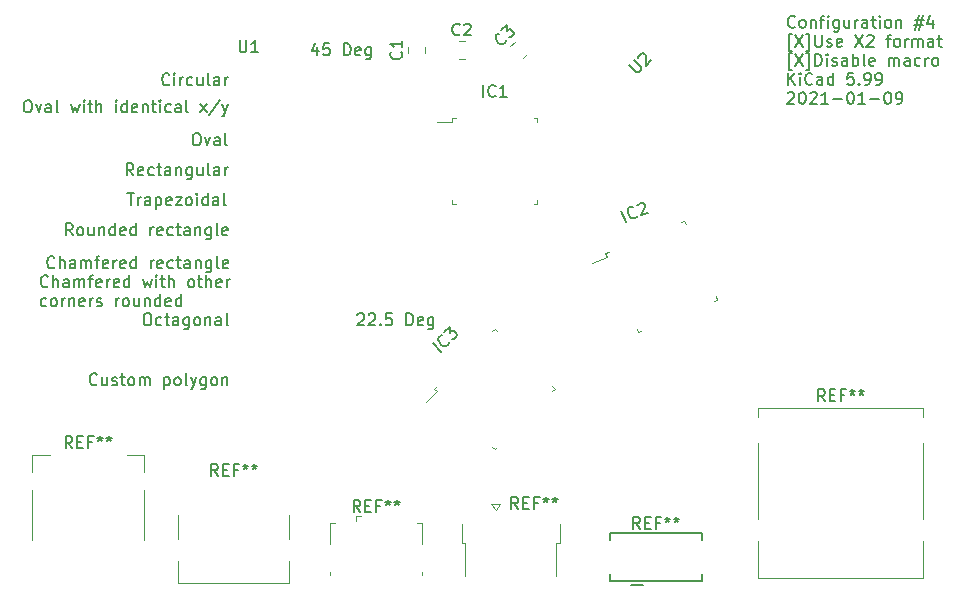
<source format=gbr>
%TF.GenerationSoftware,KiCad,Pcbnew,5.99.0-unknown-9424d66d22~106~ubuntu18.04.1*%
%TF.CreationDate,2021-01-09T19:59:22+08:00*%
%TF.ProjectId,Flashpads,466c6173-6870-4616-9473-2e6b69636164,rev?*%
%TF.SameCoordinates,Original*%
%TF.FileFunction,Legend,Top*%
%TF.FilePolarity,Positive*%
%FSLAX46Y46*%
G04 Gerber Fmt 4.6, Leading zero omitted, Abs format (unit mm)*
G04 Created by KiCad (PCBNEW 5.99.0-unknown-9424d66d22~106~ubuntu18.04.1) date 2021-01-09 19:59:22*
%MOMM*%
%LPD*%
G01*
G04 APERTURE LIST*
%ADD10C,0.150000*%
%ADD11C,0.120000*%
G04 APERTURE END LIST*
D10*
X86505023Y-21775142D02*
X86457404Y-21822761D01*
X86314547Y-21870380D01*
X86219309Y-21870380D01*
X86076452Y-21822761D01*
X85981214Y-21727523D01*
X85933595Y-21632285D01*
X85885976Y-21441809D01*
X85885976Y-21298952D01*
X85933595Y-21108476D01*
X85981214Y-21013238D01*
X86076452Y-20918000D01*
X86219309Y-20870380D01*
X86314547Y-20870380D01*
X86457404Y-20918000D01*
X86505023Y-20965619D01*
X87076452Y-21870380D02*
X86981214Y-21822761D01*
X86933595Y-21775142D01*
X86885976Y-21679904D01*
X86885976Y-21394190D01*
X86933595Y-21298952D01*
X86981214Y-21251333D01*
X87076452Y-21203714D01*
X87219309Y-21203714D01*
X87314547Y-21251333D01*
X87362166Y-21298952D01*
X87409785Y-21394190D01*
X87409785Y-21679904D01*
X87362166Y-21775142D01*
X87314547Y-21822761D01*
X87219309Y-21870380D01*
X87076452Y-21870380D01*
X87838357Y-21203714D02*
X87838357Y-21870380D01*
X87838357Y-21298952D02*
X87885976Y-21251333D01*
X87981214Y-21203714D01*
X88124071Y-21203714D01*
X88219309Y-21251333D01*
X88266928Y-21346571D01*
X88266928Y-21870380D01*
X88600261Y-21203714D02*
X88981214Y-21203714D01*
X88743119Y-21870380D02*
X88743119Y-21013238D01*
X88790738Y-20918000D01*
X88885976Y-20870380D01*
X88981214Y-20870380D01*
X89314547Y-21870380D02*
X89314547Y-21203714D01*
X89314547Y-20870380D02*
X89266928Y-20918000D01*
X89314547Y-20965619D01*
X89362166Y-20918000D01*
X89314547Y-20870380D01*
X89314547Y-20965619D01*
X90219309Y-21203714D02*
X90219309Y-22013238D01*
X90171690Y-22108476D01*
X90124071Y-22156095D01*
X90028833Y-22203714D01*
X89885976Y-22203714D01*
X89790738Y-22156095D01*
X90219309Y-21822761D02*
X90124071Y-21870380D01*
X89933595Y-21870380D01*
X89838357Y-21822761D01*
X89790738Y-21775142D01*
X89743119Y-21679904D01*
X89743119Y-21394190D01*
X89790738Y-21298952D01*
X89838357Y-21251333D01*
X89933595Y-21203714D01*
X90124071Y-21203714D01*
X90219309Y-21251333D01*
X91124071Y-21203714D02*
X91124071Y-21870380D01*
X90695500Y-21203714D02*
X90695500Y-21727523D01*
X90743119Y-21822761D01*
X90838357Y-21870380D01*
X90981214Y-21870380D01*
X91076452Y-21822761D01*
X91124071Y-21775142D01*
X91600261Y-21870380D02*
X91600261Y-21203714D01*
X91600261Y-21394190D02*
X91647880Y-21298952D01*
X91695500Y-21251333D01*
X91790738Y-21203714D01*
X91885976Y-21203714D01*
X92647880Y-21870380D02*
X92647880Y-21346571D01*
X92600261Y-21251333D01*
X92505023Y-21203714D01*
X92314547Y-21203714D01*
X92219309Y-21251333D01*
X92647880Y-21822761D02*
X92552642Y-21870380D01*
X92314547Y-21870380D01*
X92219309Y-21822761D01*
X92171690Y-21727523D01*
X92171690Y-21632285D01*
X92219309Y-21537047D01*
X92314547Y-21489428D01*
X92552642Y-21489428D01*
X92647880Y-21441809D01*
X92981214Y-21203714D02*
X93362166Y-21203714D01*
X93124071Y-20870380D02*
X93124071Y-21727523D01*
X93171690Y-21822761D01*
X93266928Y-21870380D01*
X93362166Y-21870380D01*
X93695500Y-21870380D02*
X93695500Y-21203714D01*
X93695500Y-20870380D02*
X93647880Y-20918000D01*
X93695500Y-20965619D01*
X93743119Y-20918000D01*
X93695500Y-20870380D01*
X93695500Y-20965619D01*
X94314547Y-21870380D02*
X94219309Y-21822761D01*
X94171690Y-21775142D01*
X94124071Y-21679904D01*
X94124071Y-21394190D01*
X94171690Y-21298952D01*
X94219309Y-21251333D01*
X94314547Y-21203714D01*
X94457404Y-21203714D01*
X94552642Y-21251333D01*
X94600261Y-21298952D01*
X94647880Y-21394190D01*
X94647880Y-21679904D01*
X94600261Y-21775142D01*
X94552642Y-21822761D01*
X94457404Y-21870380D01*
X94314547Y-21870380D01*
X95076452Y-21203714D02*
X95076452Y-21870380D01*
X95076452Y-21298952D02*
X95124071Y-21251333D01*
X95219309Y-21203714D01*
X95362166Y-21203714D01*
X95457404Y-21251333D01*
X95505023Y-21346571D01*
X95505023Y-21870380D01*
X96695500Y-21203714D02*
X97409785Y-21203714D01*
X96981214Y-20775142D02*
X96695500Y-22060857D01*
X97314547Y-21632285D02*
X96600261Y-21632285D01*
X97028833Y-22060857D02*
X97314547Y-20775142D01*
X98171690Y-21203714D02*
X98171690Y-21870380D01*
X97933595Y-20822761D02*
X97695500Y-21537047D01*
X98314547Y-21537047D01*
X86219309Y-23813714D02*
X85981214Y-23813714D01*
X85981214Y-22385142D01*
X86219309Y-22385142D01*
X86505023Y-22480380D02*
X87171690Y-23480380D01*
X87171690Y-22480380D02*
X86505023Y-23480380D01*
X87457404Y-23813714D02*
X87695500Y-23813714D01*
X87695500Y-22385142D01*
X87457404Y-22385142D01*
X88219309Y-22480380D02*
X88219309Y-23289904D01*
X88266928Y-23385142D01*
X88314547Y-23432761D01*
X88409785Y-23480380D01*
X88600261Y-23480380D01*
X88695500Y-23432761D01*
X88743119Y-23385142D01*
X88790738Y-23289904D01*
X88790738Y-22480380D01*
X89219309Y-23432761D02*
X89314547Y-23480380D01*
X89505023Y-23480380D01*
X89600261Y-23432761D01*
X89647880Y-23337523D01*
X89647880Y-23289904D01*
X89600261Y-23194666D01*
X89505023Y-23147047D01*
X89362166Y-23147047D01*
X89266928Y-23099428D01*
X89219309Y-23004190D01*
X89219309Y-22956571D01*
X89266928Y-22861333D01*
X89362166Y-22813714D01*
X89505023Y-22813714D01*
X89600261Y-22861333D01*
X90457404Y-23432761D02*
X90362166Y-23480380D01*
X90171690Y-23480380D01*
X90076452Y-23432761D01*
X90028833Y-23337523D01*
X90028833Y-22956571D01*
X90076452Y-22861333D01*
X90171690Y-22813714D01*
X90362166Y-22813714D01*
X90457404Y-22861333D01*
X90505023Y-22956571D01*
X90505023Y-23051809D01*
X90028833Y-23147047D01*
X91600261Y-22480380D02*
X92266928Y-23480380D01*
X92266928Y-22480380D02*
X91600261Y-23480380D01*
X92600261Y-22575619D02*
X92647880Y-22528000D01*
X92743119Y-22480380D01*
X92981214Y-22480380D01*
X93076452Y-22528000D01*
X93124071Y-22575619D01*
X93171690Y-22670857D01*
X93171690Y-22766095D01*
X93124071Y-22908952D01*
X92552642Y-23480380D01*
X93171690Y-23480380D01*
X94219309Y-22813714D02*
X94600261Y-22813714D01*
X94362166Y-23480380D02*
X94362166Y-22623238D01*
X94409785Y-22528000D01*
X94505023Y-22480380D01*
X94600261Y-22480380D01*
X95076452Y-23480380D02*
X94981214Y-23432761D01*
X94933595Y-23385142D01*
X94885976Y-23289904D01*
X94885976Y-23004190D01*
X94933595Y-22908952D01*
X94981214Y-22861333D01*
X95076452Y-22813714D01*
X95219309Y-22813714D01*
X95314547Y-22861333D01*
X95362166Y-22908952D01*
X95409785Y-23004190D01*
X95409785Y-23289904D01*
X95362166Y-23385142D01*
X95314547Y-23432761D01*
X95219309Y-23480380D01*
X95076452Y-23480380D01*
X95838357Y-23480380D02*
X95838357Y-22813714D01*
X95838357Y-23004190D02*
X95885976Y-22908952D01*
X95933595Y-22861333D01*
X96028833Y-22813714D01*
X96124071Y-22813714D01*
X96457404Y-23480380D02*
X96457404Y-22813714D01*
X96457404Y-22908952D02*
X96505023Y-22861333D01*
X96600261Y-22813714D01*
X96743119Y-22813714D01*
X96838357Y-22861333D01*
X96885976Y-22956571D01*
X96885976Y-23480380D01*
X96885976Y-22956571D02*
X96933595Y-22861333D01*
X97028833Y-22813714D01*
X97171690Y-22813714D01*
X97266928Y-22861333D01*
X97314547Y-22956571D01*
X97314547Y-23480380D01*
X98219309Y-23480380D02*
X98219309Y-22956571D01*
X98171690Y-22861333D01*
X98076452Y-22813714D01*
X97885976Y-22813714D01*
X97790738Y-22861333D01*
X98219309Y-23432761D02*
X98124071Y-23480380D01*
X97885976Y-23480380D01*
X97790738Y-23432761D01*
X97743119Y-23337523D01*
X97743119Y-23242285D01*
X97790738Y-23147047D01*
X97885976Y-23099428D01*
X98124071Y-23099428D01*
X98219309Y-23051809D01*
X98552642Y-22813714D02*
X98933595Y-22813714D01*
X98695500Y-22480380D02*
X98695500Y-23337523D01*
X98743119Y-23432761D01*
X98838357Y-23480380D01*
X98933595Y-23480380D01*
X86219309Y-25423714D02*
X85981214Y-25423714D01*
X85981214Y-23995142D01*
X86219309Y-23995142D01*
X86505023Y-24090380D02*
X87171690Y-25090380D01*
X87171690Y-24090380D02*
X86505023Y-25090380D01*
X87457404Y-25423714D02*
X87695500Y-25423714D01*
X87695500Y-23995142D01*
X87457404Y-23995142D01*
X88219309Y-25090380D02*
X88219309Y-24090380D01*
X88457404Y-24090380D01*
X88600261Y-24138000D01*
X88695500Y-24233238D01*
X88743119Y-24328476D01*
X88790738Y-24518952D01*
X88790738Y-24661809D01*
X88743119Y-24852285D01*
X88695500Y-24947523D01*
X88600261Y-25042761D01*
X88457404Y-25090380D01*
X88219309Y-25090380D01*
X89219309Y-25090380D02*
X89219309Y-24423714D01*
X89219309Y-24090380D02*
X89171690Y-24138000D01*
X89219309Y-24185619D01*
X89266928Y-24138000D01*
X89219309Y-24090380D01*
X89219309Y-24185619D01*
X89647880Y-25042761D02*
X89743119Y-25090380D01*
X89933595Y-25090380D01*
X90028833Y-25042761D01*
X90076452Y-24947523D01*
X90076452Y-24899904D01*
X90028833Y-24804666D01*
X89933595Y-24757047D01*
X89790738Y-24757047D01*
X89695500Y-24709428D01*
X89647880Y-24614190D01*
X89647880Y-24566571D01*
X89695500Y-24471333D01*
X89790738Y-24423714D01*
X89933595Y-24423714D01*
X90028833Y-24471333D01*
X90933595Y-25090380D02*
X90933595Y-24566571D01*
X90885976Y-24471333D01*
X90790738Y-24423714D01*
X90600261Y-24423714D01*
X90505023Y-24471333D01*
X90933595Y-25042761D02*
X90838357Y-25090380D01*
X90600261Y-25090380D01*
X90505023Y-25042761D01*
X90457404Y-24947523D01*
X90457404Y-24852285D01*
X90505023Y-24757047D01*
X90600261Y-24709428D01*
X90838357Y-24709428D01*
X90933595Y-24661809D01*
X91409785Y-25090380D02*
X91409785Y-24090380D01*
X91409785Y-24471333D02*
X91505023Y-24423714D01*
X91695500Y-24423714D01*
X91790738Y-24471333D01*
X91838357Y-24518952D01*
X91885976Y-24614190D01*
X91885976Y-24899904D01*
X91838357Y-24995142D01*
X91790738Y-25042761D01*
X91695500Y-25090380D01*
X91505023Y-25090380D01*
X91409785Y-25042761D01*
X92457404Y-25090380D02*
X92362166Y-25042761D01*
X92314547Y-24947523D01*
X92314547Y-24090380D01*
X93219309Y-25042761D02*
X93124071Y-25090380D01*
X92933595Y-25090380D01*
X92838357Y-25042761D01*
X92790738Y-24947523D01*
X92790738Y-24566571D01*
X92838357Y-24471333D01*
X92933595Y-24423714D01*
X93124071Y-24423714D01*
X93219309Y-24471333D01*
X93266928Y-24566571D01*
X93266928Y-24661809D01*
X92790738Y-24757047D01*
X94457404Y-25090380D02*
X94457404Y-24423714D01*
X94457404Y-24518952D02*
X94505023Y-24471333D01*
X94600261Y-24423714D01*
X94743119Y-24423714D01*
X94838357Y-24471333D01*
X94885976Y-24566571D01*
X94885976Y-25090380D01*
X94885976Y-24566571D02*
X94933595Y-24471333D01*
X95028833Y-24423714D01*
X95171690Y-24423714D01*
X95266928Y-24471333D01*
X95314547Y-24566571D01*
X95314547Y-25090380D01*
X96219309Y-25090380D02*
X96219309Y-24566571D01*
X96171690Y-24471333D01*
X96076452Y-24423714D01*
X95885976Y-24423714D01*
X95790738Y-24471333D01*
X96219309Y-25042761D02*
X96124071Y-25090380D01*
X95885976Y-25090380D01*
X95790738Y-25042761D01*
X95743119Y-24947523D01*
X95743119Y-24852285D01*
X95790738Y-24757047D01*
X95885976Y-24709428D01*
X96124071Y-24709428D01*
X96219309Y-24661809D01*
X97124071Y-25042761D02*
X97028833Y-25090380D01*
X96838357Y-25090380D01*
X96743119Y-25042761D01*
X96695500Y-24995142D01*
X96647880Y-24899904D01*
X96647880Y-24614190D01*
X96695500Y-24518952D01*
X96743119Y-24471333D01*
X96838357Y-24423714D01*
X97028833Y-24423714D01*
X97124071Y-24471333D01*
X97552642Y-25090380D02*
X97552642Y-24423714D01*
X97552642Y-24614190D02*
X97600261Y-24518952D01*
X97647880Y-24471333D01*
X97743119Y-24423714D01*
X97838357Y-24423714D01*
X98314547Y-25090380D02*
X98219309Y-25042761D01*
X98171690Y-24995142D01*
X98124071Y-24899904D01*
X98124071Y-24614190D01*
X98171690Y-24518952D01*
X98219309Y-24471333D01*
X98314547Y-24423714D01*
X98457404Y-24423714D01*
X98552642Y-24471333D01*
X98600261Y-24518952D01*
X98647880Y-24614190D01*
X98647880Y-24899904D01*
X98600261Y-24995142D01*
X98552642Y-25042761D01*
X98457404Y-25090380D01*
X98314547Y-25090380D01*
X85933595Y-26700380D02*
X85933595Y-25700380D01*
X86505023Y-26700380D02*
X86076452Y-26128952D01*
X86505023Y-25700380D02*
X85933595Y-26271809D01*
X86933595Y-26700380D02*
X86933595Y-26033714D01*
X86933595Y-25700380D02*
X86885976Y-25748000D01*
X86933595Y-25795619D01*
X86981214Y-25748000D01*
X86933595Y-25700380D01*
X86933595Y-25795619D01*
X87981214Y-26605142D02*
X87933595Y-26652761D01*
X87790738Y-26700380D01*
X87695500Y-26700380D01*
X87552642Y-26652761D01*
X87457404Y-26557523D01*
X87409785Y-26462285D01*
X87362166Y-26271809D01*
X87362166Y-26128952D01*
X87409785Y-25938476D01*
X87457404Y-25843238D01*
X87552642Y-25748000D01*
X87695500Y-25700380D01*
X87790738Y-25700380D01*
X87933595Y-25748000D01*
X87981214Y-25795619D01*
X88838357Y-26700380D02*
X88838357Y-26176571D01*
X88790738Y-26081333D01*
X88695500Y-26033714D01*
X88505023Y-26033714D01*
X88409785Y-26081333D01*
X88838357Y-26652761D02*
X88743119Y-26700380D01*
X88505023Y-26700380D01*
X88409785Y-26652761D01*
X88362166Y-26557523D01*
X88362166Y-26462285D01*
X88409785Y-26367047D01*
X88505023Y-26319428D01*
X88743119Y-26319428D01*
X88838357Y-26271809D01*
X89743119Y-26700380D02*
X89743119Y-25700380D01*
X89743119Y-26652761D02*
X89647880Y-26700380D01*
X89457404Y-26700380D01*
X89362166Y-26652761D01*
X89314547Y-26605142D01*
X89266928Y-26509904D01*
X89266928Y-26224190D01*
X89314547Y-26128952D01*
X89362166Y-26081333D01*
X89457404Y-26033714D01*
X89647880Y-26033714D01*
X89743119Y-26081333D01*
X91457404Y-25700380D02*
X90981214Y-25700380D01*
X90933595Y-26176571D01*
X90981214Y-26128952D01*
X91076452Y-26081333D01*
X91314547Y-26081333D01*
X91409785Y-26128952D01*
X91457404Y-26176571D01*
X91505023Y-26271809D01*
X91505023Y-26509904D01*
X91457404Y-26605142D01*
X91409785Y-26652761D01*
X91314547Y-26700380D01*
X91076452Y-26700380D01*
X90981214Y-26652761D01*
X90933595Y-26605142D01*
X91933595Y-26605142D02*
X91981214Y-26652761D01*
X91933595Y-26700380D01*
X91885976Y-26652761D01*
X91933595Y-26605142D01*
X91933595Y-26700380D01*
X92457404Y-26700380D02*
X92647880Y-26700380D01*
X92743119Y-26652761D01*
X92790738Y-26605142D01*
X92885976Y-26462285D01*
X92933595Y-26271809D01*
X92933595Y-25890857D01*
X92885976Y-25795619D01*
X92838357Y-25748000D01*
X92743119Y-25700380D01*
X92552642Y-25700380D01*
X92457404Y-25748000D01*
X92409785Y-25795619D01*
X92362166Y-25890857D01*
X92362166Y-26128952D01*
X92409785Y-26224190D01*
X92457404Y-26271809D01*
X92552642Y-26319428D01*
X92743119Y-26319428D01*
X92838357Y-26271809D01*
X92885976Y-26224190D01*
X92933595Y-26128952D01*
X93409785Y-26700380D02*
X93600261Y-26700380D01*
X93695500Y-26652761D01*
X93743119Y-26605142D01*
X93838357Y-26462285D01*
X93885976Y-26271809D01*
X93885976Y-25890857D01*
X93838357Y-25795619D01*
X93790738Y-25748000D01*
X93695500Y-25700380D01*
X93505023Y-25700380D01*
X93409785Y-25748000D01*
X93362166Y-25795619D01*
X93314547Y-25890857D01*
X93314547Y-26128952D01*
X93362166Y-26224190D01*
X93409785Y-26271809D01*
X93505023Y-26319428D01*
X93695500Y-26319428D01*
X93790738Y-26271809D01*
X93838357Y-26224190D01*
X93885976Y-26128952D01*
X85885976Y-27405619D02*
X85933595Y-27358000D01*
X86028833Y-27310380D01*
X86266928Y-27310380D01*
X86362166Y-27358000D01*
X86409785Y-27405619D01*
X86457404Y-27500857D01*
X86457404Y-27596095D01*
X86409785Y-27738952D01*
X85838357Y-28310380D01*
X86457404Y-28310380D01*
X87076452Y-27310380D02*
X87171690Y-27310380D01*
X87266928Y-27358000D01*
X87314547Y-27405619D01*
X87362166Y-27500857D01*
X87409785Y-27691333D01*
X87409785Y-27929428D01*
X87362166Y-28119904D01*
X87314547Y-28215142D01*
X87266928Y-28262761D01*
X87171690Y-28310380D01*
X87076452Y-28310380D01*
X86981214Y-28262761D01*
X86933595Y-28215142D01*
X86885976Y-28119904D01*
X86838357Y-27929428D01*
X86838357Y-27691333D01*
X86885976Y-27500857D01*
X86933595Y-27405619D01*
X86981214Y-27358000D01*
X87076452Y-27310380D01*
X87790738Y-27405619D02*
X87838357Y-27358000D01*
X87933595Y-27310380D01*
X88171690Y-27310380D01*
X88266928Y-27358000D01*
X88314547Y-27405619D01*
X88362166Y-27500857D01*
X88362166Y-27596095D01*
X88314547Y-27738952D01*
X87743119Y-28310380D01*
X88362166Y-28310380D01*
X89314547Y-28310380D02*
X88743119Y-28310380D01*
X89028833Y-28310380D02*
X89028833Y-27310380D01*
X88933595Y-27453238D01*
X88838357Y-27548476D01*
X88743119Y-27596095D01*
X89743119Y-27929428D02*
X90505023Y-27929428D01*
X91171690Y-27310380D02*
X91266928Y-27310380D01*
X91362166Y-27358000D01*
X91409785Y-27405619D01*
X91457404Y-27500857D01*
X91505023Y-27691333D01*
X91505023Y-27929428D01*
X91457404Y-28119904D01*
X91409785Y-28215142D01*
X91362166Y-28262761D01*
X91266928Y-28310380D01*
X91171690Y-28310380D01*
X91076452Y-28262761D01*
X91028833Y-28215142D01*
X90981214Y-28119904D01*
X90933595Y-27929428D01*
X90933595Y-27691333D01*
X90981214Y-27500857D01*
X91028833Y-27405619D01*
X91076452Y-27358000D01*
X91171690Y-27310380D01*
X92457404Y-28310380D02*
X91885976Y-28310380D01*
X92171690Y-28310380D02*
X92171690Y-27310380D01*
X92076452Y-27453238D01*
X91981214Y-27548476D01*
X91885976Y-27596095D01*
X92885976Y-27929428D02*
X93647880Y-27929428D01*
X94314547Y-27310380D02*
X94409785Y-27310380D01*
X94505023Y-27358000D01*
X94552642Y-27405619D01*
X94600261Y-27500857D01*
X94647880Y-27691333D01*
X94647880Y-27929428D01*
X94600261Y-28119904D01*
X94552642Y-28215142D01*
X94505023Y-28262761D01*
X94409785Y-28310380D01*
X94314547Y-28310380D01*
X94219309Y-28262761D01*
X94171690Y-28215142D01*
X94124071Y-28119904D01*
X94076452Y-27929428D01*
X94076452Y-27691333D01*
X94124071Y-27500857D01*
X94171690Y-27405619D01*
X94219309Y-27358000D01*
X94314547Y-27310380D01*
X95124071Y-28310380D02*
X95314547Y-28310380D01*
X95409785Y-28262761D01*
X95457404Y-28215142D01*
X95552642Y-28072285D01*
X95600261Y-27881809D01*
X95600261Y-27500857D01*
X95552642Y-27405619D01*
X95505023Y-27358000D01*
X95409785Y-27310380D01*
X95219309Y-27310380D01*
X95124071Y-27358000D01*
X95076452Y-27405619D01*
X95028833Y-27500857D01*
X95028833Y-27738952D01*
X95076452Y-27834190D01*
X95124071Y-27881809D01*
X95219309Y-27929428D01*
X95409785Y-27929428D01*
X95505023Y-27881809D01*
X95552642Y-27834190D01*
X95600261Y-27738952D01*
X27400904Y-52046142D02*
X27353285Y-52093761D01*
X27210428Y-52141380D01*
X27115190Y-52141380D01*
X26972333Y-52093761D01*
X26877095Y-51998523D01*
X26829476Y-51903285D01*
X26781857Y-51712809D01*
X26781857Y-51569952D01*
X26829476Y-51379476D01*
X26877095Y-51284238D01*
X26972333Y-51189000D01*
X27115190Y-51141380D01*
X27210428Y-51141380D01*
X27353285Y-51189000D01*
X27400904Y-51236619D01*
X28258047Y-51474714D02*
X28258047Y-52141380D01*
X27829476Y-51474714D02*
X27829476Y-51998523D01*
X27877095Y-52093761D01*
X27972333Y-52141380D01*
X28115190Y-52141380D01*
X28210428Y-52093761D01*
X28258047Y-52046142D01*
X28686619Y-52093761D02*
X28781857Y-52141380D01*
X28972333Y-52141380D01*
X29067571Y-52093761D01*
X29115190Y-51998523D01*
X29115190Y-51950904D01*
X29067571Y-51855666D01*
X28972333Y-51808047D01*
X28829476Y-51808047D01*
X28734238Y-51760428D01*
X28686619Y-51665190D01*
X28686619Y-51617571D01*
X28734238Y-51522333D01*
X28829476Y-51474714D01*
X28972333Y-51474714D01*
X29067571Y-51522333D01*
X29400904Y-51474714D02*
X29781857Y-51474714D01*
X29543761Y-51141380D02*
X29543761Y-51998523D01*
X29591380Y-52093761D01*
X29686619Y-52141380D01*
X29781857Y-52141380D01*
X30258047Y-52141380D02*
X30162809Y-52093761D01*
X30115190Y-52046142D01*
X30067571Y-51950904D01*
X30067571Y-51665190D01*
X30115190Y-51569952D01*
X30162809Y-51522333D01*
X30258047Y-51474714D01*
X30400904Y-51474714D01*
X30496142Y-51522333D01*
X30543761Y-51569952D01*
X30591380Y-51665190D01*
X30591380Y-51950904D01*
X30543761Y-52046142D01*
X30496142Y-52093761D01*
X30400904Y-52141380D01*
X30258047Y-52141380D01*
X31019952Y-52141380D02*
X31019952Y-51474714D01*
X31019952Y-51569952D02*
X31067571Y-51522333D01*
X31162809Y-51474714D01*
X31305666Y-51474714D01*
X31400904Y-51522333D01*
X31448523Y-51617571D01*
X31448523Y-52141380D01*
X31448523Y-51617571D02*
X31496142Y-51522333D01*
X31591380Y-51474714D01*
X31734238Y-51474714D01*
X31829476Y-51522333D01*
X31877095Y-51617571D01*
X31877095Y-52141380D01*
X33115190Y-51474714D02*
X33115190Y-52474714D01*
X33115190Y-51522333D02*
X33210428Y-51474714D01*
X33400904Y-51474714D01*
X33496142Y-51522333D01*
X33543761Y-51569952D01*
X33591380Y-51665190D01*
X33591380Y-51950904D01*
X33543761Y-52046142D01*
X33496142Y-52093761D01*
X33400904Y-52141380D01*
X33210428Y-52141380D01*
X33115190Y-52093761D01*
X34162809Y-52141380D02*
X34067571Y-52093761D01*
X34019952Y-52046142D01*
X33972333Y-51950904D01*
X33972333Y-51665190D01*
X34019952Y-51569952D01*
X34067571Y-51522333D01*
X34162809Y-51474714D01*
X34305666Y-51474714D01*
X34400904Y-51522333D01*
X34448523Y-51569952D01*
X34496142Y-51665190D01*
X34496142Y-51950904D01*
X34448523Y-52046142D01*
X34400904Y-52093761D01*
X34305666Y-52141380D01*
X34162809Y-52141380D01*
X35067571Y-52141380D02*
X34972333Y-52093761D01*
X34924714Y-51998523D01*
X34924714Y-51141380D01*
X35353285Y-51474714D02*
X35591380Y-52141380D01*
X35829476Y-51474714D02*
X35591380Y-52141380D01*
X35496142Y-52379476D01*
X35448523Y-52427095D01*
X35353285Y-52474714D01*
X36639000Y-51474714D02*
X36639000Y-52284238D01*
X36591380Y-52379476D01*
X36543761Y-52427095D01*
X36448523Y-52474714D01*
X36305666Y-52474714D01*
X36210428Y-52427095D01*
X36639000Y-52093761D02*
X36543761Y-52141380D01*
X36353285Y-52141380D01*
X36258047Y-52093761D01*
X36210428Y-52046142D01*
X36162809Y-51950904D01*
X36162809Y-51665190D01*
X36210428Y-51569952D01*
X36258047Y-51522333D01*
X36353285Y-51474714D01*
X36543761Y-51474714D01*
X36639000Y-51522333D01*
X37258047Y-52141380D02*
X37162809Y-52093761D01*
X37115190Y-52046142D01*
X37067571Y-51950904D01*
X37067571Y-51665190D01*
X37115190Y-51569952D01*
X37162809Y-51522333D01*
X37258047Y-51474714D01*
X37400904Y-51474714D01*
X37496142Y-51522333D01*
X37543761Y-51569952D01*
X37591380Y-51665190D01*
X37591380Y-51950904D01*
X37543761Y-52046142D01*
X37496142Y-52093761D01*
X37400904Y-52141380D01*
X37258047Y-52141380D01*
X38019952Y-51474714D02*
X38019952Y-52141380D01*
X38019952Y-51569952D02*
X38067571Y-51522333D01*
X38162809Y-51474714D01*
X38305666Y-51474714D01*
X38400904Y-51522333D01*
X38448523Y-51617571D01*
X38448523Y-52141380D01*
X31591666Y-46061380D02*
X31782142Y-46061380D01*
X31877380Y-46109000D01*
X31972619Y-46204238D01*
X32020238Y-46394714D01*
X32020238Y-46728047D01*
X31972619Y-46918523D01*
X31877380Y-47013761D01*
X31782142Y-47061380D01*
X31591666Y-47061380D01*
X31496428Y-47013761D01*
X31401190Y-46918523D01*
X31353571Y-46728047D01*
X31353571Y-46394714D01*
X31401190Y-46204238D01*
X31496428Y-46109000D01*
X31591666Y-46061380D01*
X32877380Y-47013761D02*
X32782142Y-47061380D01*
X32591666Y-47061380D01*
X32496428Y-47013761D01*
X32448809Y-46966142D01*
X32401190Y-46870904D01*
X32401190Y-46585190D01*
X32448809Y-46489952D01*
X32496428Y-46442333D01*
X32591666Y-46394714D01*
X32782142Y-46394714D01*
X32877380Y-46442333D01*
X33163095Y-46394714D02*
X33544047Y-46394714D01*
X33305952Y-46061380D02*
X33305952Y-46918523D01*
X33353571Y-47013761D01*
X33448809Y-47061380D01*
X33544047Y-47061380D01*
X34305952Y-47061380D02*
X34305952Y-46537571D01*
X34258333Y-46442333D01*
X34163095Y-46394714D01*
X33972619Y-46394714D01*
X33877380Y-46442333D01*
X34305952Y-47013761D02*
X34210714Y-47061380D01*
X33972619Y-47061380D01*
X33877380Y-47013761D01*
X33829761Y-46918523D01*
X33829761Y-46823285D01*
X33877380Y-46728047D01*
X33972619Y-46680428D01*
X34210714Y-46680428D01*
X34305952Y-46632809D01*
X35210714Y-46394714D02*
X35210714Y-47204238D01*
X35163095Y-47299476D01*
X35115476Y-47347095D01*
X35020238Y-47394714D01*
X34877380Y-47394714D01*
X34782142Y-47347095D01*
X35210714Y-47013761D02*
X35115476Y-47061380D01*
X34925000Y-47061380D01*
X34829761Y-47013761D01*
X34782142Y-46966142D01*
X34734523Y-46870904D01*
X34734523Y-46585190D01*
X34782142Y-46489952D01*
X34829761Y-46442333D01*
X34925000Y-46394714D01*
X35115476Y-46394714D01*
X35210714Y-46442333D01*
X35829761Y-47061380D02*
X35734523Y-47013761D01*
X35686904Y-46966142D01*
X35639285Y-46870904D01*
X35639285Y-46585190D01*
X35686904Y-46489952D01*
X35734523Y-46442333D01*
X35829761Y-46394714D01*
X35972619Y-46394714D01*
X36067857Y-46442333D01*
X36115476Y-46489952D01*
X36163095Y-46585190D01*
X36163095Y-46870904D01*
X36115476Y-46966142D01*
X36067857Y-47013761D01*
X35972619Y-47061380D01*
X35829761Y-47061380D01*
X36591666Y-46394714D02*
X36591666Y-47061380D01*
X36591666Y-46489952D02*
X36639285Y-46442333D01*
X36734523Y-46394714D01*
X36877380Y-46394714D01*
X36972619Y-46442333D01*
X37020238Y-46537571D01*
X37020238Y-47061380D01*
X37925000Y-47061380D02*
X37925000Y-46537571D01*
X37877380Y-46442333D01*
X37782142Y-46394714D01*
X37591666Y-46394714D01*
X37496428Y-46442333D01*
X37925000Y-47013761D02*
X37829761Y-47061380D01*
X37591666Y-47061380D01*
X37496428Y-47013761D01*
X37448809Y-46918523D01*
X37448809Y-46823285D01*
X37496428Y-46728047D01*
X37591666Y-46680428D01*
X37829761Y-46680428D01*
X37925000Y-46632809D01*
X38544047Y-47061380D02*
X38448809Y-47013761D01*
X38401190Y-46918523D01*
X38401190Y-46061380D01*
X23259023Y-43748142D02*
X23211404Y-43795761D01*
X23068547Y-43843380D01*
X22973309Y-43843380D01*
X22830452Y-43795761D01*
X22735214Y-43700523D01*
X22687595Y-43605285D01*
X22639976Y-43414809D01*
X22639976Y-43271952D01*
X22687595Y-43081476D01*
X22735214Y-42986238D01*
X22830452Y-42891000D01*
X22973309Y-42843380D01*
X23068547Y-42843380D01*
X23211404Y-42891000D01*
X23259023Y-42938619D01*
X23687595Y-43843380D02*
X23687595Y-42843380D01*
X24116166Y-43843380D02*
X24116166Y-43319571D01*
X24068547Y-43224333D01*
X23973309Y-43176714D01*
X23830452Y-43176714D01*
X23735214Y-43224333D01*
X23687595Y-43271952D01*
X25020928Y-43843380D02*
X25020928Y-43319571D01*
X24973309Y-43224333D01*
X24878071Y-43176714D01*
X24687595Y-43176714D01*
X24592357Y-43224333D01*
X25020928Y-43795761D02*
X24925690Y-43843380D01*
X24687595Y-43843380D01*
X24592357Y-43795761D01*
X24544738Y-43700523D01*
X24544738Y-43605285D01*
X24592357Y-43510047D01*
X24687595Y-43462428D01*
X24925690Y-43462428D01*
X25020928Y-43414809D01*
X25497119Y-43843380D02*
X25497119Y-43176714D01*
X25497119Y-43271952D02*
X25544738Y-43224333D01*
X25639976Y-43176714D01*
X25782833Y-43176714D01*
X25878071Y-43224333D01*
X25925690Y-43319571D01*
X25925690Y-43843380D01*
X25925690Y-43319571D02*
X25973309Y-43224333D01*
X26068547Y-43176714D01*
X26211404Y-43176714D01*
X26306642Y-43224333D01*
X26354261Y-43319571D01*
X26354261Y-43843380D01*
X26687595Y-43176714D02*
X27068547Y-43176714D01*
X26830452Y-43843380D02*
X26830452Y-42986238D01*
X26878071Y-42891000D01*
X26973309Y-42843380D01*
X27068547Y-42843380D01*
X27782833Y-43795761D02*
X27687595Y-43843380D01*
X27497119Y-43843380D01*
X27401880Y-43795761D01*
X27354261Y-43700523D01*
X27354261Y-43319571D01*
X27401880Y-43224333D01*
X27497119Y-43176714D01*
X27687595Y-43176714D01*
X27782833Y-43224333D01*
X27830452Y-43319571D01*
X27830452Y-43414809D01*
X27354261Y-43510047D01*
X28259023Y-43843380D02*
X28259023Y-43176714D01*
X28259023Y-43367190D02*
X28306642Y-43271952D01*
X28354261Y-43224333D01*
X28449500Y-43176714D01*
X28544738Y-43176714D01*
X29259023Y-43795761D02*
X29163785Y-43843380D01*
X28973309Y-43843380D01*
X28878071Y-43795761D01*
X28830452Y-43700523D01*
X28830452Y-43319571D01*
X28878071Y-43224333D01*
X28973309Y-43176714D01*
X29163785Y-43176714D01*
X29259023Y-43224333D01*
X29306642Y-43319571D01*
X29306642Y-43414809D01*
X28830452Y-43510047D01*
X30163785Y-43843380D02*
X30163785Y-42843380D01*
X30163785Y-43795761D02*
X30068547Y-43843380D01*
X29878071Y-43843380D01*
X29782833Y-43795761D01*
X29735214Y-43748142D01*
X29687595Y-43652904D01*
X29687595Y-43367190D01*
X29735214Y-43271952D01*
X29782833Y-43224333D01*
X29878071Y-43176714D01*
X30068547Y-43176714D01*
X30163785Y-43224333D01*
X31306642Y-43176714D02*
X31497119Y-43843380D01*
X31687595Y-43367190D01*
X31878071Y-43843380D01*
X32068547Y-43176714D01*
X32449500Y-43843380D02*
X32449500Y-43176714D01*
X32449500Y-42843380D02*
X32401880Y-42891000D01*
X32449500Y-42938619D01*
X32497119Y-42891000D01*
X32449500Y-42843380D01*
X32449500Y-42938619D01*
X32782833Y-43176714D02*
X33163785Y-43176714D01*
X32925690Y-42843380D02*
X32925690Y-43700523D01*
X32973309Y-43795761D01*
X33068547Y-43843380D01*
X33163785Y-43843380D01*
X33497119Y-43843380D02*
X33497119Y-42843380D01*
X33925690Y-43843380D02*
X33925690Y-43319571D01*
X33878071Y-43224333D01*
X33782833Y-43176714D01*
X33639976Y-43176714D01*
X33544738Y-43224333D01*
X33497119Y-43271952D01*
X35306642Y-43843380D02*
X35211404Y-43795761D01*
X35163785Y-43748142D01*
X35116166Y-43652904D01*
X35116166Y-43367190D01*
X35163785Y-43271952D01*
X35211404Y-43224333D01*
X35306642Y-43176714D01*
X35449500Y-43176714D01*
X35544738Y-43224333D01*
X35592357Y-43271952D01*
X35639976Y-43367190D01*
X35639976Y-43652904D01*
X35592357Y-43748142D01*
X35544738Y-43795761D01*
X35449500Y-43843380D01*
X35306642Y-43843380D01*
X35925690Y-43176714D02*
X36306642Y-43176714D01*
X36068547Y-42843380D02*
X36068547Y-43700523D01*
X36116166Y-43795761D01*
X36211404Y-43843380D01*
X36306642Y-43843380D01*
X36639976Y-43843380D02*
X36639976Y-42843380D01*
X37068547Y-43843380D02*
X37068547Y-43319571D01*
X37020928Y-43224333D01*
X36925690Y-43176714D01*
X36782833Y-43176714D01*
X36687595Y-43224333D01*
X36639976Y-43271952D01*
X37925690Y-43795761D02*
X37830452Y-43843380D01*
X37639976Y-43843380D01*
X37544738Y-43795761D01*
X37497119Y-43700523D01*
X37497119Y-43319571D01*
X37544738Y-43224333D01*
X37639976Y-43176714D01*
X37830452Y-43176714D01*
X37925690Y-43224333D01*
X37973309Y-43319571D01*
X37973309Y-43414809D01*
X37497119Y-43510047D01*
X38401880Y-43843380D02*
X38401880Y-43176714D01*
X38401880Y-43367190D02*
X38449500Y-43271952D01*
X38497119Y-43224333D01*
X38592357Y-43176714D01*
X38687595Y-43176714D01*
X23116166Y-45405761D02*
X23020928Y-45453380D01*
X22830452Y-45453380D01*
X22735214Y-45405761D01*
X22687595Y-45358142D01*
X22639976Y-45262904D01*
X22639976Y-44977190D01*
X22687595Y-44881952D01*
X22735214Y-44834333D01*
X22830452Y-44786714D01*
X23020928Y-44786714D01*
X23116166Y-44834333D01*
X23687595Y-45453380D02*
X23592357Y-45405761D01*
X23544738Y-45358142D01*
X23497119Y-45262904D01*
X23497119Y-44977190D01*
X23544738Y-44881952D01*
X23592357Y-44834333D01*
X23687595Y-44786714D01*
X23830452Y-44786714D01*
X23925690Y-44834333D01*
X23973309Y-44881952D01*
X24020928Y-44977190D01*
X24020928Y-45262904D01*
X23973309Y-45358142D01*
X23925690Y-45405761D01*
X23830452Y-45453380D01*
X23687595Y-45453380D01*
X24449500Y-45453380D02*
X24449500Y-44786714D01*
X24449500Y-44977190D02*
X24497119Y-44881952D01*
X24544738Y-44834333D01*
X24639976Y-44786714D01*
X24735214Y-44786714D01*
X25068547Y-44786714D02*
X25068547Y-45453380D01*
X25068547Y-44881952D02*
X25116166Y-44834333D01*
X25211404Y-44786714D01*
X25354261Y-44786714D01*
X25449500Y-44834333D01*
X25497119Y-44929571D01*
X25497119Y-45453380D01*
X26354261Y-45405761D02*
X26259023Y-45453380D01*
X26068547Y-45453380D01*
X25973309Y-45405761D01*
X25925690Y-45310523D01*
X25925690Y-44929571D01*
X25973309Y-44834333D01*
X26068547Y-44786714D01*
X26259023Y-44786714D01*
X26354261Y-44834333D01*
X26401880Y-44929571D01*
X26401880Y-45024809D01*
X25925690Y-45120047D01*
X26830452Y-45453380D02*
X26830452Y-44786714D01*
X26830452Y-44977190D02*
X26878071Y-44881952D01*
X26925690Y-44834333D01*
X27020928Y-44786714D01*
X27116166Y-44786714D01*
X27401880Y-45405761D02*
X27497119Y-45453380D01*
X27687595Y-45453380D01*
X27782833Y-45405761D01*
X27830452Y-45310523D01*
X27830452Y-45262904D01*
X27782833Y-45167666D01*
X27687595Y-45120047D01*
X27544738Y-45120047D01*
X27449500Y-45072428D01*
X27401880Y-44977190D01*
X27401880Y-44929571D01*
X27449500Y-44834333D01*
X27544738Y-44786714D01*
X27687595Y-44786714D01*
X27782833Y-44834333D01*
X29020928Y-45453380D02*
X29020928Y-44786714D01*
X29020928Y-44977190D02*
X29068547Y-44881952D01*
X29116166Y-44834333D01*
X29211404Y-44786714D01*
X29306642Y-44786714D01*
X29782833Y-45453380D02*
X29687595Y-45405761D01*
X29639976Y-45358142D01*
X29592357Y-45262904D01*
X29592357Y-44977190D01*
X29639976Y-44881952D01*
X29687595Y-44834333D01*
X29782833Y-44786714D01*
X29925690Y-44786714D01*
X30020928Y-44834333D01*
X30068547Y-44881952D01*
X30116166Y-44977190D01*
X30116166Y-45262904D01*
X30068547Y-45358142D01*
X30020928Y-45405761D01*
X29925690Y-45453380D01*
X29782833Y-45453380D01*
X30973309Y-44786714D02*
X30973309Y-45453380D01*
X30544738Y-44786714D02*
X30544738Y-45310523D01*
X30592357Y-45405761D01*
X30687595Y-45453380D01*
X30830452Y-45453380D01*
X30925690Y-45405761D01*
X30973309Y-45358142D01*
X31449500Y-44786714D02*
X31449500Y-45453380D01*
X31449500Y-44881952D02*
X31497119Y-44834333D01*
X31592357Y-44786714D01*
X31735214Y-44786714D01*
X31830452Y-44834333D01*
X31878071Y-44929571D01*
X31878071Y-45453380D01*
X32782833Y-45453380D02*
X32782833Y-44453380D01*
X32782833Y-45405761D02*
X32687595Y-45453380D01*
X32497119Y-45453380D01*
X32401880Y-45405761D01*
X32354261Y-45358142D01*
X32306642Y-45262904D01*
X32306642Y-44977190D01*
X32354261Y-44881952D01*
X32401880Y-44834333D01*
X32497119Y-44786714D01*
X32687595Y-44786714D01*
X32782833Y-44834333D01*
X33639976Y-45405761D02*
X33544738Y-45453380D01*
X33354261Y-45453380D01*
X33259023Y-45405761D01*
X33211404Y-45310523D01*
X33211404Y-44929571D01*
X33259023Y-44834333D01*
X33354261Y-44786714D01*
X33544738Y-44786714D01*
X33639976Y-44834333D01*
X33687595Y-44929571D01*
X33687595Y-45024809D01*
X33211404Y-45120047D01*
X34544738Y-45453380D02*
X34544738Y-44453380D01*
X34544738Y-45405761D02*
X34449500Y-45453380D01*
X34259023Y-45453380D01*
X34163785Y-45405761D01*
X34116166Y-45358142D01*
X34068547Y-45262904D01*
X34068547Y-44977190D01*
X34116166Y-44881952D01*
X34163785Y-44834333D01*
X34259023Y-44786714D01*
X34449500Y-44786714D01*
X34544738Y-44834333D01*
X46085380Y-23534714D02*
X46085380Y-24201380D01*
X45847285Y-23153761D02*
X45609190Y-23868047D01*
X46228238Y-23868047D01*
X47085380Y-23201380D02*
X46609190Y-23201380D01*
X46561571Y-23677571D01*
X46609190Y-23629952D01*
X46704428Y-23582333D01*
X46942523Y-23582333D01*
X47037761Y-23629952D01*
X47085380Y-23677571D01*
X47133000Y-23772809D01*
X47133000Y-24010904D01*
X47085380Y-24106142D01*
X47037761Y-24153761D01*
X46942523Y-24201380D01*
X46704428Y-24201380D01*
X46609190Y-24153761D01*
X46561571Y-24106142D01*
X48323476Y-24201380D02*
X48323476Y-23201380D01*
X48561571Y-23201380D01*
X48704428Y-23249000D01*
X48799666Y-23344238D01*
X48847285Y-23439476D01*
X48894904Y-23629952D01*
X48894904Y-23772809D01*
X48847285Y-23963285D01*
X48799666Y-24058523D01*
X48704428Y-24153761D01*
X48561571Y-24201380D01*
X48323476Y-24201380D01*
X49704428Y-24153761D02*
X49609190Y-24201380D01*
X49418714Y-24201380D01*
X49323476Y-24153761D01*
X49275857Y-24058523D01*
X49275857Y-23677571D01*
X49323476Y-23582333D01*
X49418714Y-23534714D01*
X49609190Y-23534714D01*
X49704428Y-23582333D01*
X49752047Y-23677571D01*
X49752047Y-23772809D01*
X49275857Y-23868047D01*
X50609190Y-23534714D02*
X50609190Y-24344238D01*
X50561571Y-24439476D01*
X50513952Y-24487095D01*
X50418714Y-24534714D01*
X50275857Y-24534714D01*
X50180619Y-24487095D01*
X50609190Y-24153761D02*
X50513952Y-24201380D01*
X50323476Y-24201380D01*
X50228238Y-24153761D01*
X50180619Y-24106142D01*
X50133000Y-24010904D01*
X50133000Y-23725190D01*
X50180619Y-23629952D01*
X50228238Y-23582333D01*
X50323476Y-23534714D01*
X50513952Y-23534714D01*
X50609190Y-23582333D01*
X49466904Y-46156619D02*
X49514523Y-46109000D01*
X49609761Y-46061380D01*
X49847857Y-46061380D01*
X49943095Y-46109000D01*
X49990714Y-46156619D01*
X50038333Y-46251857D01*
X50038333Y-46347095D01*
X49990714Y-46489952D01*
X49419285Y-47061380D01*
X50038333Y-47061380D01*
X50419285Y-46156619D02*
X50466904Y-46109000D01*
X50562142Y-46061380D01*
X50800238Y-46061380D01*
X50895476Y-46109000D01*
X50943095Y-46156619D01*
X50990714Y-46251857D01*
X50990714Y-46347095D01*
X50943095Y-46489952D01*
X50371666Y-47061380D01*
X50990714Y-47061380D01*
X51419285Y-46966142D02*
X51466904Y-47013761D01*
X51419285Y-47061380D01*
X51371666Y-47013761D01*
X51419285Y-46966142D01*
X51419285Y-47061380D01*
X52371666Y-46061380D02*
X51895476Y-46061380D01*
X51847857Y-46537571D01*
X51895476Y-46489952D01*
X51990714Y-46442333D01*
X52228809Y-46442333D01*
X52324047Y-46489952D01*
X52371666Y-46537571D01*
X52419285Y-46632809D01*
X52419285Y-46870904D01*
X52371666Y-46966142D01*
X52324047Y-47013761D01*
X52228809Y-47061380D01*
X51990714Y-47061380D01*
X51895476Y-47013761D01*
X51847857Y-46966142D01*
X53609761Y-47061380D02*
X53609761Y-46061380D01*
X53847857Y-46061380D01*
X53990714Y-46109000D01*
X54085952Y-46204238D01*
X54133571Y-46299476D01*
X54181190Y-46489952D01*
X54181190Y-46632809D01*
X54133571Y-46823285D01*
X54085952Y-46918523D01*
X53990714Y-47013761D01*
X53847857Y-47061380D01*
X53609761Y-47061380D01*
X54990714Y-47013761D02*
X54895476Y-47061380D01*
X54705000Y-47061380D01*
X54609761Y-47013761D01*
X54562142Y-46918523D01*
X54562142Y-46537571D01*
X54609761Y-46442333D01*
X54705000Y-46394714D01*
X54895476Y-46394714D01*
X54990714Y-46442333D01*
X55038333Y-46537571D01*
X55038333Y-46632809D01*
X54562142Y-46728047D01*
X55895476Y-46394714D02*
X55895476Y-47204238D01*
X55847857Y-47299476D01*
X55800238Y-47347095D01*
X55705000Y-47394714D01*
X55562142Y-47394714D01*
X55466904Y-47347095D01*
X55895476Y-47013761D02*
X55800238Y-47061380D01*
X55609761Y-47061380D01*
X55514523Y-47013761D01*
X55466904Y-46966142D01*
X55419285Y-46870904D01*
X55419285Y-46585190D01*
X55466904Y-46489952D01*
X55514523Y-46442333D01*
X55609761Y-46394714D01*
X55800238Y-46394714D01*
X55895476Y-46442333D01*
X23813380Y-42140142D02*
X23765761Y-42187761D01*
X23622904Y-42235380D01*
X23527666Y-42235380D01*
X23384809Y-42187761D01*
X23289571Y-42092523D01*
X23241952Y-41997285D01*
X23194333Y-41806809D01*
X23194333Y-41663952D01*
X23241952Y-41473476D01*
X23289571Y-41378238D01*
X23384809Y-41283000D01*
X23527666Y-41235380D01*
X23622904Y-41235380D01*
X23765761Y-41283000D01*
X23813380Y-41330619D01*
X24241952Y-42235380D02*
X24241952Y-41235380D01*
X24670523Y-42235380D02*
X24670523Y-41711571D01*
X24622904Y-41616333D01*
X24527666Y-41568714D01*
X24384809Y-41568714D01*
X24289571Y-41616333D01*
X24241952Y-41663952D01*
X25575285Y-42235380D02*
X25575285Y-41711571D01*
X25527666Y-41616333D01*
X25432428Y-41568714D01*
X25241952Y-41568714D01*
X25146714Y-41616333D01*
X25575285Y-42187761D02*
X25480047Y-42235380D01*
X25241952Y-42235380D01*
X25146714Y-42187761D01*
X25099095Y-42092523D01*
X25099095Y-41997285D01*
X25146714Y-41902047D01*
X25241952Y-41854428D01*
X25480047Y-41854428D01*
X25575285Y-41806809D01*
X26051476Y-42235380D02*
X26051476Y-41568714D01*
X26051476Y-41663952D02*
X26099095Y-41616333D01*
X26194333Y-41568714D01*
X26337190Y-41568714D01*
X26432428Y-41616333D01*
X26480047Y-41711571D01*
X26480047Y-42235380D01*
X26480047Y-41711571D02*
X26527666Y-41616333D01*
X26622904Y-41568714D01*
X26765761Y-41568714D01*
X26861000Y-41616333D01*
X26908619Y-41711571D01*
X26908619Y-42235380D01*
X27241952Y-41568714D02*
X27622904Y-41568714D01*
X27384809Y-42235380D02*
X27384809Y-41378238D01*
X27432428Y-41283000D01*
X27527666Y-41235380D01*
X27622904Y-41235380D01*
X28337190Y-42187761D02*
X28241952Y-42235380D01*
X28051476Y-42235380D01*
X27956238Y-42187761D01*
X27908619Y-42092523D01*
X27908619Y-41711571D01*
X27956238Y-41616333D01*
X28051476Y-41568714D01*
X28241952Y-41568714D01*
X28337190Y-41616333D01*
X28384809Y-41711571D01*
X28384809Y-41806809D01*
X27908619Y-41902047D01*
X28813380Y-42235380D02*
X28813380Y-41568714D01*
X28813380Y-41759190D02*
X28861000Y-41663952D01*
X28908619Y-41616333D01*
X29003857Y-41568714D01*
X29099095Y-41568714D01*
X29813380Y-42187761D02*
X29718142Y-42235380D01*
X29527666Y-42235380D01*
X29432428Y-42187761D01*
X29384809Y-42092523D01*
X29384809Y-41711571D01*
X29432428Y-41616333D01*
X29527666Y-41568714D01*
X29718142Y-41568714D01*
X29813380Y-41616333D01*
X29861000Y-41711571D01*
X29861000Y-41806809D01*
X29384809Y-41902047D01*
X30718142Y-42235380D02*
X30718142Y-41235380D01*
X30718142Y-42187761D02*
X30622904Y-42235380D01*
X30432428Y-42235380D01*
X30337190Y-42187761D01*
X30289571Y-42140142D01*
X30241952Y-42044904D01*
X30241952Y-41759190D01*
X30289571Y-41663952D01*
X30337190Y-41616333D01*
X30432428Y-41568714D01*
X30622904Y-41568714D01*
X30718142Y-41616333D01*
X31956238Y-42235380D02*
X31956238Y-41568714D01*
X31956238Y-41759190D02*
X32003857Y-41663952D01*
X32051476Y-41616333D01*
X32146714Y-41568714D01*
X32241952Y-41568714D01*
X32956238Y-42187761D02*
X32861000Y-42235380D01*
X32670523Y-42235380D01*
X32575285Y-42187761D01*
X32527666Y-42092523D01*
X32527666Y-41711571D01*
X32575285Y-41616333D01*
X32670523Y-41568714D01*
X32861000Y-41568714D01*
X32956238Y-41616333D01*
X33003857Y-41711571D01*
X33003857Y-41806809D01*
X32527666Y-41902047D01*
X33861000Y-42187761D02*
X33765761Y-42235380D01*
X33575285Y-42235380D01*
X33480047Y-42187761D01*
X33432428Y-42140142D01*
X33384809Y-42044904D01*
X33384809Y-41759190D01*
X33432428Y-41663952D01*
X33480047Y-41616333D01*
X33575285Y-41568714D01*
X33765761Y-41568714D01*
X33861000Y-41616333D01*
X34146714Y-41568714D02*
X34527666Y-41568714D01*
X34289571Y-41235380D02*
X34289571Y-42092523D01*
X34337190Y-42187761D01*
X34432428Y-42235380D01*
X34527666Y-42235380D01*
X35289571Y-42235380D02*
X35289571Y-41711571D01*
X35241952Y-41616333D01*
X35146714Y-41568714D01*
X34956238Y-41568714D01*
X34861000Y-41616333D01*
X35289571Y-42187761D02*
X35194333Y-42235380D01*
X34956238Y-42235380D01*
X34861000Y-42187761D01*
X34813380Y-42092523D01*
X34813380Y-41997285D01*
X34861000Y-41902047D01*
X34956238Y-41854428D01*
X35194333Y-41854428D01*
X35289571Y-41806809D01*
X35765761Y-41568714D02*
X35765761Y-42235380D01*
X35765761Y-41663952D02*
X35813380Y-41616333D01*
X35908619Y-41568714D01*
X36051476Y-41568714D01*
X36146714Y-41616333D01*
X36194333Y-41711571D01*
X36194333Y-42235380D01*
X37099095Y-41568714D02*
X37099095Y-42378238D01*
X37051476Y-42473476D01*
X37003857Y-42521095D01*
X36908619Y-42568714D01*
X36765761Y-42568714D01*
X36670523Y-42521095D01*
X37099095Y-42187761D02*
X37003857Y-42235380D01*
X36813380Y-42235380D01*
X36718142Y-42187761D01*
X36670523Y-42140142D01*
X36622904Y-42044904D01*
X36622904Y-41759190D01*
X36670523Y-41663952D01*
X36718142Y-41616333D01*
X36813380Y-41568714D01*
X37003857Y-41568714D01*
X37099095Y-41616333D01*
X37718142Y-42235380D02*
X37622904Y-42187761D01*
X37575285Y-42092523D01*
X37575285Y-41235380D01*
X38480047Y-42187761D02*
X38384809Y-42235380D01*
X38194333Y-42235380D01*
X38099095Y-42187761D01*
X38051476Y-42092523D01*
X38051476Y-41711571D01*
X38099095Y-41616333D01*
X38194333Y-41568714D01*
X38384809Y-41568714D01*
X38480047Y-41616333D01*
X38527666Y-41711571D01*
X38527666Y-41806809D01*
X38051476Y-41902047D01*
X25361095Y-39441380D02*
X25027761Y-38965190D01*
X24789666Y-39441380D02*
X24789666Y-38441380D01*
X25170619Y-38441380D01*
X25265857Y-38489000D01*
X25313476Y-38536619D01*
X25361095Y-38631857D01*
X25361095Y-38774714D01*
X25313476Y-38869952D01*
X25265857Y-38917571D01*
X25170619Y-38965190D01*
X24789666Y-38965190D01*
X25932523Y-39441380D02*
X25837285Y-39393761D01*
X25789666Y-39346142D01*
X25742047Y-39250904D01*
X25742047Y-38965190D01*
X25789666Y-38869952D01*
X25837285Y-38822333D01*
X25932523Y-38774714D01*
X26075380Y-38774714D01*
X26170619Y-38822333D01*
X26218238Y-38869952D01*
X26265857Y-38965190D01*
X26265857Y-39250904D01*
X26218238Y-39346142D01*
X26170619Y-39393761D01*
X26075380Y-39441380D01*
X25932523Y-39441380D01*
X27123000Y-38774714D02*
X27123000Y-39441380D01*
X26694428Y-38774714D02*
X26694428Y-39298523D01*
X26742047Y-39393761D01*
X26837285Y-39441380D01*
X26980142Y-39441380D01*
X27075380Y-39393761D01*
X27123000Y-39346142D01*
X27599190Y-38774714D02*
X27599190Y-39441380D01*
X27599190Y-38869952D02*
X27646809Y-38822333D01*
X27742047Y-38774714D01*
X27884904Y-38774714D01*
X27980142Y-38822333D01*
X28027761Y-38917571D01*
X28027761Y-39441380D01*
X28932523Y-39441380D02*
X28932523Y-38441380D01*
X28932523Y-39393761D02*
X28837285Y-39441380D01*
X28646809Y-39441380D01*
X28551571Y-39393761D01*
X28503952Y-39346142D01*
X28456333Y-39250904D01*
X28456333Y-38965190D01*
X28503952Y-38869952D01*
X28551571Y-38822333D01*
X28646809Y-38774714D01*
X28837285Y-38774714D01*
X28932523Y-38822333D01*
X29789666Y-39393761D02*
X29694428Y-39441380D01*
X29503952Y-39441380D01*
X29408714Y-39393761D01*
X29361095Y-39298523D01*
X29361095Y-38917571D01*
X29408714Y-38822333D01*
X29503952Y-38774714D01*
X29694428Y-38774714D01*
X29789666Y-38822333D01*
X29837285Y-38917571D01*
X29837285Y-39012809D01*
X29361095Y-39108047D01*
X30694428Y-39441380D02*
X30694428Y-38441380D01*
X30694428Y-39393761D02*
X30599190Y-39441380D01*
X30408714Y-39441380D01*
X30313476Y-39393761D01*
X30265857Y-39346142D01*
X30218238Y-39250904D01*
X30218238Y-38965190D01*
X30265857Y-38869952D01*
X30313476Y-38822333D01*
X30408714Y-38774714D01*
X30599190Y-38774714D01*
X30694428Y-38822333D01*
X31932523Y-39441380D02*
X31932523Y-38774714D01*
X31932523Y-38965190D02*
X31980142Y-38869952D01*
X32027761Y-38822333D01*
X32123000Y-38774714D01*
X32218238Y-38774714D01*
X32932523Y-39393761D02*
X32837285Y-39441380D01*
X32646809Y-39441380D01*
X32551571Y-39393761D01*
X32503952Y-39298523D01*
X32503952Y-38917571D01*
X32551571Y-38822333D01*
X32646809Y-38774714D01*
X32837285Y-38774714D01*
X32932523Y-38822333D01*
X32980142Y-38917571D01*
X32980142Y-39012809D01*
X32503952Y-39108047D01*
X33837285Y-39393761D02*
X33742047Y-39441380D01*
X33551571Y-39441380D01*
X33456333Y-39393761D01*
X33408714Y-39346142D01*
X33361095Y-39250904D01*
X33361095Y-38965190D01*
X33408714Y-38869952D01*
X33456333Y-38822333D01*
X33551571Y-38774714D01*
X33742047Y-38774714D01*
X33837285Y-38822333D01*
X34123000Y-38774714D02*
X34503952Y-38774714D01*
X34265857Y-38441380D02*
X34265857Y-39298523D01*
X34313476Y-39393761D01*
X34408714Y-39441380D01*
X34503952Y-39441380D01*
X35265857Y-39441380D02*
X35265857Y-38917571D01*
X35218238Y-38822333D01*
X35123000Y-38774714D01*
X34932523Y-38774714D01*
X34837285Y-38822333D01*
X35265857Y-39393761D02*
X35170619Y-39441380D01*
X34932523Y-39441380D01*
X34837285Y-39393761D01*
X34789666Y-39298523D01*
X34789666Y-39203285D01*
X34837285Y-39108047D01*
X34932523Y-39060428D01*
X35170619Y-39060428D01*
X35265857Y-39012809D01*
X35742047Y-38774714D02*
X35742047Y-39441380D01*
X35742047Y-38869952D02*
X35789666Y-38822333D01*
X35884904Y-38774714D01*
X36027761Y-38774714D01*
X36123000Y-38822333D01*
X36170619Y-38917571D01*
X36170619Y-39441380D01*
X37075380Y-38774714D02*
X37075380Y-39584238D01*
X37027761Y-39679476D01*
X36980142Y-39727095D01*
X36884904Y-39774714D01*
X36742047Y-39774714D01*
X36646809Y-39727095D01*
X37075380Y-39393761D02*
X36980142Y-39441380D01*
X36789666Y-39441380D01*
X36694428Y-39393761D01*
X36646809Y-39346142D01*
X36599190Y-39250904D01*
X36599190Y-38965190D01*
X36646809Y-38869952D01*
X36694428Y-38822333D01*
X36789666Y-38774714D01*
X36980142Y-38774714D01*
X37075380Y-38822333D01*
X37694428Y-39441380D02*
X37599190Y-39393761D01*
X37551571Y-39298523D01*
X37551571Y-38441380D01*
X38456333Y-39393761D02*
X38361095Y-39441380D01*
X38170619Y-39441380D01*
X38075380Y-39393761D01*
X38027761Y-39298523D01*
X38027761Y-38917571D01*
X38075380Y-38822333D01*
X38170619Y-38774714D01*
X38361095Y-38774714D01*
X38456333Y-38822333D01*
X38503952Y-38917571D01*
X38503952Y-39012809D01*
X38027761Y-39108047D01*
X29972523Y-35901380D02*
X30543952Y-35901380D01*
X30258238Y-36901380D02*
X30258238Y-35901380D01*
X30877285Y-36901380D02*
X30877285Y-36234714D01*
X30877285Y-36425190D02*
X30924904Y-36329952D01*
X30972523Y-36282333D01*
X31067761Y-36234714D01*
X31163000Y-36234714D01*
X31924904Y-36901380D02*
X31924904Y-36377571D01*
X31877285Y-36282333D01*
X31782047Y-36234714D01*
X31591571Y-36234714D01*
X31496333Y-36282333D01*
X31924904Y-36853761D02*
X31829666Y-36901380D01*
X31591571Y-36901380D01*
X31496333Y-36853761D01*
X31448714Y-36758523D01*
X31448714Y-36663285D01*
X31496333Y-36568047D01*
X31591571Y-36520428D01*
X31829666Y-36520428D01*
X31924904Y-36472809D01*
X32401095Y-36234714D02*
X32401095Y-37234714D01*
X32401095Y-36282333D02*
X32496333Y-36234714D01*
X32686809Y-36234714D01*
X32782047Y-36282333D01*
X32829666Y-36329952D01*
X32877285Y-36425190D01*
X32877285Y-36710904D01*
X32829666Y-36806142D01*
X32782047Y-36853761D01*
X32686809Y-36901380D01*
X32496333Y-36901380D01*
X32401095Y-36853761D01*
X33686809Y-36853761D02*
X33591571Y-36901380D01*
X33401095Y-36901380D01*
X33305857Y-36853761D01*
X33258238Y-36758523D01*
X33258238Y-36377571D01*
X33305857Y-36282333D01*
X33401095Y-36234714D01*
X33591571Y-36234714D01*
X33686809Y-36282333D01*
X33734428Y-36377571D01*
X33734428Y-36472809D01*
X33258238Y-36568047D01*
X34067761Y-36234714D02*
X34591571Y-36234714D01*
X34067761Y-36901380D01*
X34591571Y-36901380D01*
X35115380Y-36901380D02*
X35020142Y-36853761D01*
X34972523Y-36806142D01*
X34924904Y-36710904D01*
X34924904Y-36425190D01*
X34972523Y-36329952D01*
X35020142Y-36282333D01*
X35115380Y-36234714D01*
X35258238Y-36234714D01*
X35353476Y-36282333D01*
X35401095Y-36329952D01*
X35448714Y-36425190D01*
X35448714Y-36710904D01*
X35401095Y-36806142D01*
X35353476Y-36853761D01*
X35258238Y-36901380D01*
X35115380Y-36901380D01*
X35877285Y-36901380D02*
X35877285Y-36234714D01*
X35877285Y-35901380D02*
X35829666Y-35949000D01*
X35877285Y-35996619D01*
X35924904Y-35949000D01*
X35877285Y-35901380D01*
X35877285Y-35996619D01*
X36782047Y-36901380D02*
X36782047Y-35901380D01*
X36782047Y-36853761D02*
X36686809Y-36901380D01*
X36496333Y-36901380D01*
X36401095Y-36853761D01*
X36353476Y-36806142D01*
X36305857Y-36710904D01*
X36305857Y-36425190D01*
X36353476Y-36329952D01*
X36401095Y-36282333D01*
X36496333Y-36234714D01*
X36686809Y-36234714D01*
X36782047Y-36282333D01*
X37686809Y-36901380D02*
X37686809Y-36377571D01*
X37639190Y-36282333D01*
X37543952Y-36234714D01*
X37353476Y-36234714D01*
X37258238Y-36282333D01*
X37686809Y-36853761D02*
X37591571Y-36901380D01*
X37353476Y-36901380D01*
X37258238Y-36853761D01*
X37210619Y-36758523D01*
X37210619Y-36663285D01*
X37258238Y-36568047D01*
X37353476Y-36520428D01*
X37591571Y-36520428D01*
X37686809Y-36472809D01*
X38305857Y-36901380D02*
X38210619Y-36853761D01*
X38163000Y-36758523D01*
X38163000Y-35901380D01*
X30496333Y-34361380D02*
X30163000Y-33885190D01*
X29924904Y-34361380D02*
X29924904Y-33361380D01*
X30305857Y-33361380D01*
X30401095Y-33409000D01*
X30448714Y-33456619D01*
X30496333Y-33551857D01*
X30496333Y-33694714D01*
X30448714Y-33789952D01*
X30401095Y-33837571D01*
X30305857Y-33885190D01*
X29924904Y-33885190D01*
X31305857Y-34313761D02*
X31210619Y-34361380D01*
X31020142Y-34361380D01*
X30924904Y-34313761D01*
X30877285Y-34218523D01*
X30877285Y-33837571D01*
X30924904Y-33742333D01*
X31020142Y-33694714D01*
X31210619Y-33694714D01*
X31305857Y-33742333D01*
X31353476Y-33837571D01*
X31353476Y-33932809D01*
X30877285Y-34028047D01*
X32210619Y-34313761D02*
X32115380Y-34361380D01*
X31924904Y-34361380D01*
X31829666Y-34313761D01*
X31782047Y-34266142D01*
X31734428Y-34170904D01*
X31734428Y-33885190D01*
X31782047Y-33789952D01*
X31829666Y-33742333D01*
X31924904Y-33694714D01*
X32115380Y-33694714D01*
X32210619Y-33742333D01*
X32496333Y-33694714D02*
X32877285Y-33694714D01*
X32639190Y-33361380D02*
X32639190Y-34218523D01*
X32686809Y-34313761D01*
X32782047Y-34361380D01*
X32877285Y-34361380D01*
X33639190Y-34361380D02*
X33639190Y-33837571D01*
X33591571Y-33742333D01*
X33496333Y-33694714D01*
X33305857Y-33694714D01*
X33210619Y-33742333D01*
X33639190Y-34313761D02*
X33543952Y-34361380D01*
X33305857Y-34361380D01*
X33210619Y-34313761D01*
X33162999Y-34218523D01*
X33162999Y-34123285D01*
X33210619Y-34028047D01*
X33305857Y-33980428D01*
X33543952Y-33980428D01*
X33639190Y-33932809D01*
X34115380Y-33694714D02*
X34115380Y-34361380D01*
X34115380Y-33789952D02*
X34163000Y-33742333D01*
X34258238Y-33694714D01*
X34401095Y-33694714D01*
X34496333Y-33742333D01*
X34543952Y-33837571D01*
X34543952Y-34361380D01*
X35448714Y-33694714D02*
X35448714Y-34504238D01*
X35401095Y-34599476D01*
X35353476Y-34647095D01*
X35258238Y-34694714D01*
X35115380Y-34694714D01*
X35020142Y-34647095D01*
X35448714Y-34313761D02*
X35353476Y-34361380D01*
X35163000Y-34361380D01*
X35067761Y-34313761D01*
X35020142Y-34266142D01*
X34972523Y-34170904D01*
X34972523Y-33885190D01*
X35020142Y-33789952D01*
X35067761Y-33742333D01*
X35163000Y-33694714D01*
X35353476Y-33694714D01*
X35448714Y-33742333D01*
X36353476Y-33694714D02*
X36353476Y-34361380D01*
X35924904Y-33694714D02*
X35924904Y-34218523D01*
X35972523Y-34313761D01*
X36067761Y-34361380D01*
X36210619Y-34361380D01*
X36305857Y-34313761D01*
X36353476Y-34266142D01*
X36972523Y-34361380D02*
X36877285Y-34313761D01*
X36829666Y-34218523D01*
X36829666Y-33361380D01*
X37782047Y-34361380D02*
X37782047Y-33837571D01*
X37734428Y-33742333D01*
X37639190Y-33694714D01*
X37448714Y-33694714D01*
X37353476Y-33742333D01*
X37782047Y-34313761D02*
X37686809Y-34361380D01*
X37448714Y-34361380D01*
X37353476Y-34313761D01*
X37305857Y-34218523D01*
X37305857Y-34123285D01*
X37353476Y-34028047D01*
X37448714Y-33980428D01*
X37686809Y-33980428D01*
X37782047Y-33932809D01*
X38258238Y-34361380D02*
X38258238Y-33694714D01*
X38258238Y-33885190D02*
X38305857Y-33789952D01*
X38353476Y-33742333D01*
X38448714Y-33694714D01*
X38543952Y-33694714D01*
X35766523Y-30821380D02*
X35957000Y-30821380D01*
X36052238Y-30869000D01*
X36147476Y-30964238D01*
X36195095Y-31154714D01*
X36195095Y-31488047D01*
X36147476Y-31678523D01*
X36052238Y-31773761D01*
X35957000Y-31821380D01*
X35766523Y-31821380D01*
X35671285Y-31773761D01*
X35576047Y-31678523D01*
X35528428Y-31488047D01*
X35528428Y-31154714D01*
X35576047Y-30964238D01*
X35671285Y-30869000D01*
X35766523Y-30821380D01*
X36528428Y-31154714D02*
X36766523Y-31821380D01*
X37004619Y-31154714D01*
X37814142Y-31821380D02*
X37814142Y-31297571D01*
X37766523Y-31202333D01*
X37671285Y-31154714D01*
X37480809Y-31154714D01*
X37385571Y-31202333D01*
X37814142Y-31773761D02*
X37718904Y-31821380D01*
X37480809Y-31821380D01*
X37385571Y-31773761D01*
X37337952Y-31678523D01*
X37337952Y-31583285D01*
X37385571Y-31488047D01*
X37480809Y-31440428D01*
X37718904Y-31440428D01*
X37814142Y-31392809D01*
X38433190Y-31821380D02*
X38337952Y-31773761D01*
X38290333Y-31678523D01*
X38290333Y-30821380D01*
X21464047Y-28027380D02*
X21654523Y-28027380D01*
X21749761Y-28075000D01*
X21845000Y-28170238D01*
X21892619Y-28360714D01*
X21892619Y-28694047D01*
X21845000Y-28884523D01*
X21749761Y-28979761D01*
X21654523Y-29027380D01*
X21464047Y-29027380D01*
X21368809Y-28979761D01*
X21273571Y-28884523D01*
X21225952Y-28694047D01*
X21225952Y-28360714D01*
X21273571Y-28170238D01*
X21368809Y-28075000D01*
X21464047Y-28027380D01*
X22225952Y-28360714D02*
X22464047Y-29027380D01*
X22702142Y-28360714D01*
X23511666Y-29027380D02*
X23511666Y-28503571D01*
X23464047Y-28408333D01*
X23368809Y-28360714D01*
X23178333Y-28360714D01*
X23083095Y-28408333D01*
X23511666Y-28979761D02*
X23416428Y-29027380D01*
X23178333Y-29027380D01*
X23083095Y-28979761D01*
X23035476Y-28884523D01*
X23035476Y-28789285D01*
X23083095Y-28694047D01*
X23178333Y-28646428D01*
X23416428Y-28646428D01*
X23511666Y-28598809D01*
X24130714Y-29027380D02*
X24035476Y-28979761D01*
X23987857Y-28884523D01*
X23987857Y-28027380D01*
X25178333Y-28360714D02*
X25368809Y-29027380D01*
X25559285Y-28551190D01*
X25749761Y-29027380D01*
X25940238Y-28360714D01*
X26321190Y-29027380D02*
X26321190Y-28360714D01*
X26321190Y-28027380D02*
X26273571Y-28075000D01*
X26321190Y-28122619D01*
X26368809Y-28075000D01*
X26321190Y-28027380D01*
X26321190Y-28122619D01*
X26654523Y-28360714D02*
X27035476Y-28360714D01*
X26797380Y-28027380D02*
X26797380Y-28884523D01*
X26845000Y-28979761D01*
X26940238Y-29027380D01*
X27035476Y-29027380D01*
X27368809Y-29027380D02*
X27368809Y-28027380D01*
X27797380Y-29027380D02*
X27797380Y-28503571D01*
X27749761Y-28408333D01*
X27654523Y-28360714D01*
X27511666Y-28360714D01*
X27416428Y-28408333D01*
X27368809Y-28455952D01*
X29035476Y-29027380D02*
X29035476Y-28360714D01*
X29035476Y-28027380D02*
X28987857Y-28075000D01*
X29035476Y-28122619D01*
X29083095Y-28075000D01*
X29035476Y-28027380D01*
X29035476Y-28122619D01*
X29940238Y-29027380D02*
X29940238Y-28027380D01*
X29940238Y-28979761D02*
X29845000Y-29027380D01*
X29654523Y-29027380D01*
X29559285Y-28979761D01*
X29511666Y-28932142D01*
X29464047Y-28836904D01*
X29464047Y-28551190D01*
X29511666Y-28455952D01*
X29559285Y-28408333D01*
X29654523Y-28360714D01*
X29845000Y-28360714D01*
X29940238Y-28408333D01*
X30797380Y-28979761D02*
X30702142Y-29027380D01*
X30511666Y-29027380D01*
X30416428Y-28979761D01*
X30368809Y-28884523D01*
X30368809Y-28503571D01*
X30416428Y-28408333D01*
X30511666Y-28360714D01*
X30702142Y-28360714D01*
X30797380Y-28408333D01*
X30844999Y-28503571D01*
X30844999Y-28598809D01*
X30368809Y-28694047D01*
X31273571Y-28360714D02*
X31273571Y-29027380D01*
X31273571Y-28455952D02*
X31321190Y-28408333D01*
X31416428Y-28360714D01*
X31559285Y-28360714D01*
X31654523Y-28408333D01*
X31702142Y-28503571D01*
X31702142Y-29027380D01*
X32035476Y-28360714D02*
X32416428Y-28360714D01*
X32178333Y-28027380D02*
X32178333Y-28884523D01*
X32225952Y-28979761D01*
X32321190Y-29027380D01*
X32416428Y-29027380D01*
X32749761Y-29027380D02*
X32749761Y-28360714D01*
X32749761Y-28027380D02*
X32702142Y-28075000D01*
X32749761Y-28122619D01*
X32797380Y-28075000D01*
X32749761Y-28027380D01*
X32749761Y-28122619D01*
X33654523Y-28979761D02*
X33559285Y-29027380D01*
X33368809Y-29027380D01*
X33273571Y-28979761D01*
X33225952Y-28932142D01*
X33178333Y-28836904D01*
X33178333Y-28551190D01*
X33225952Y-28455952D01*
X33273571Y-28408333D01*
X33368809Y-28360714D01*
X33559285Y-28360714D01*
X33654523Y-28408333D01*
X34511666Y-29027380D02*
X34511666Y-28503571D01*
X34464047Y-28408333D01*
X34368809Y-28360714D01*
X34178333Y-28360714D01*
X34083095Y-28408333D01*
X34511666Y-28979761D02*
X34416428Y-29027380D01*
X34178333Y-29027380D01*
X34083095Y-28979761D01*
X34035476Y-28884523D01*
X34035476Y-28789285D01*
X34083095Y-28694047D01*
X34178333Y-28646428D01*
X34416428Y-28646428D01*
X34511666Y-28598809D01*
X35130714Y-29027380D02*
X35035476Y-28979761D01*
X34987857Y-28884523D01*
X34987857Y-28027380D01*
X36178333Y-29027380D02*
X36702142Y-28360714D01*
X36178333Y-28360714D02*
X36702142Y-29027380D01*
X37797380Y-27979761D02*
X36940238Y-29265476D01*
X38035476Y-28360714D02*
X38273571Y-29027380D01*
X38511666Y-28360714D02*
X38273571Y-29027380D01*
X38178333Y-29265476D01*
X38130714Y-29313095D01*
X38035476Y-29360714D01*
X33544142Y-26646142D02*
X33496523Y-26693761D01*
X33353666Y-26741380D01*
X33258428Y-26741380D01*
X33115571Y-26693761D01*
X33020333Y-26598523D01*
X32972714Y-26503285D01*
X32925095Y-26312809D01*
X32925095Y-26169952D01*
X32972714Y-25979476D01*
X33020333Y-25884238D01*
X33115571Y-25789000D01*
X33258428Y-25741380D01*
X33353666Y-25741380D01*
X33496523Y-25789000D01*
X33544142Y-25836619D01*
X33972714Y-26741380D02*
X33972714Y-26074714D01*
X33972714Y-25741380D02*
X33925095Y-25789000D01*
X33972714Y-25836619D01*
X34020333Y-25789000D01*
X33972714Y-25741380D01*
X33972714Y-25836619D01*
X34448904Y-26741380D02*
X34448904Y-26074714D01*
X34448904Y-26265190D02*
X34496523Y-26169952D01*
X34544142Y-26122333D01*
X34639380Y-26074714D01*
X34734619Y-26074714D01*
X35496523Y-26693761D02*
X35401285Y-26741380D01*
X35210809Y-26741380D01*
X35115571Y-26693761D01*
X35067952Y-26646142D01*
X35020333Y-26550904D01*
X35020333Y-26265190D01*
X35067952Y-26169952D01*
X35115571Y-26122333D01*
X35210809Y-26074714D01*
X35401285Y-26074714D01*
X35496523Y-26122333D01*
X36353666Y-26074714D02*
X36353666Y-26741380D01*
X35925095Y-26074714D02*
X35925095Y-26598523D01*
X35972714Y-26693761D01*
X36067952Y-26741380D01*
X36210809Y-26741380D01*
X36306047Y-26693761D01*
X36353666Y-26646142D01*
X36972714Y-26741380D02*
X36877476Y-26693761D01*
X36829857Y-26598523D01*
X36829857Y-25741380D01*
X37782238Y-26741380D02*
X37782238Y-26217571D01*
X37734619Y-26122333D01*
X37639380Y-26074714D01*
X37448904Y-26074714D01*
X37353666Y-26122333D01*
X37782238Y-26693761D02*
X37687000Y-26741380D01*
X37448904Y-26741380D01*
X37353666Y-26693761D01*
X37306047Y-26598523D01*
X37306047Y-26503285D01*
X37353666Y-26408047D01*
X37448904Y-26360428D01*
X37687000Y-26360428D01*
X37782238Y-26312809D01*
X38258428Y-26741380D02*
X38258428Y-26074714D01*
X38258428Y-26265190D02*
X38306047Y-26169952D01*
X38353666Y-26122333D01*
X38448904Y-26074714D01*
X38544142Y-26074714D01*
%TO.C,REF\u002A\u002A*%
X63075666Y-62619380D02*
X62742333Y-62143190D01*
X62504238Y-62619380D02*
X62504238Y-61619380D01*
X62885190Y-61619380D01*
X62980428Y-61667000D01*
X63028047Y-61714619D01*
X63075666Y-61809857D01*
X63075666Y-61952714D01*
X63028047Y-62047952D01*
X62980428Y-62095571D01*
X62885190Y-62143190D01*
X62504238Y-62143190D01*
X63504238Y-62095571D02*
X63837571Y-62095571D01*
X63980428Y-62619380D02*
X63504238Y-62619380D01*
X63504238Y-61619380D01*
X63980428Y-61619380D01*
X64742333Y-62095571D02*
X64409000Y-62095571D01*
X64409000Y-62619380D02*
X64409000Y-61619380D01*
X64885190Y-61619380D01*
X65409000Y-61619380D02*
X65409000Y-61857476D01*
X65170904Y-61762238D02*
X65409000Y-61857476D01*
X65647095Y-61762238D01*
X65266142Y-62047952D02*
X65409000Y-61857476D01*
X65551857Y-62047952D01*
X66170904Y-61619380D02*
X66170904Y-61857476D01*
X65932809Y-61762238D02*
X66170904Y-61857476D01*
X66409000Y-61762238D01*
X66028047Y-62047952D02*
X66170904Y-61857476D01*
X66313761Y-62047952D01*
X25336666Y-57465380D02*
X25003333Y-56989190D01*
X24765238Y-57465380D02*
X24765238Y-56465380D01*
X25146190Y-56465380D01*
X25241428Y-56513000D01*
X25289047Y-56560619D01*
X25336666Y-56655857D01*
X25336666Y-56798714D01*
X25289047Y-56893952D01*
X25241428Y-56941571D01*
X25146190Y-56989190D01*
X24765238Y-56989190D01*
X25765238Y-56941571D02*
X26098571Y-56941571D01*
X26241428Y-57465380D02*
X25765238Y-57465380D01*
X25765238Y-56465380D01*
X26241428Y-56465380D01*
X27003333Y-56941571D02*
X26670000Y-56941571D01*
X26670000Y-57465380D02*
X26670000Y-56465380D01*
X27146190Y-56465380D01*
X27670000Y-56465380D02*
X27670000Y-56703476D01*
X27431904Y-56608238D02*
X27670000Y-56703476D01*
X27908095Y-56608238D01*
X27527142Y-56893952D02*
X27670000Y-56703476D01*
X27812857Y-56893952D01*
X28431904Y-56465380D02*
X28431904Y-56703476D01*
X28193809Y-56608238D02*
X28431904Y-56703476D01*
X28670000Y-56608238D01*
X28289047Y-56893952D02*
X28431904Y-56703476D01*
X28574761Y-56893952D01*
X73380666Y-64288380D02*
X73047333Y-63812190D01*
X72809238Y-64288380D02*
X72809238Y-63288380D01*
X73190190Y-63288380D01*
X73285428Y-63336000D01*
X73333047Y-63383619D01*
X73380666Y-63478857D01*
X73380666Y-63621714D01*
X73333047Y-63716952D01*
X73285428Y-63764571D01*
X73190190Y-63812190D01*
X72809238Y-63812190D01*
X73809238Y-63764571D02*
X74142571Y-63764571D01*
X74285428Y-64288380D02*
X73809238Y-64288380D01*
X73809238Y-63288380D01*
X74285428Y-63288380D01*
X75047333Y-63764571D02*
X74714000Y-63764571D01*
X74714000Y-64288380D02*
X74714000Y-63288380D01*
X75190190Y-63288380D01*
X75714000Y-63288380D02*
X75714000Y-63526476D01*
X75475904Y-63431238D02*
X75714000Y-63526476D01*
X75952095Y-63431238D01*
X75571142Y-63716952D02*
X75714000Y-63526476D01*
X75856857Y-63716952D01*
X76475904Y-63288380D02*
X76475904Y-63526476D01*
X76237809Y-63431238D02*
X76475904Y-63526476D01*
X76714000Y-63431238D01*
X76333047Y-63716952D02*
X76475904Y-63526476D01*
X76618761Y-63716952D01*
X89034666Y-53494380D02*
X88701333Y-53018190D01*
X88463238Y-53494380D02*
X88463238Y-52494380D01*
X88844190Y-52494380D01*
X88939428Y-52542000D01*
X88987047Y-52589619D01*
X89034666Y-52684857D01*
X89034666Y-52827714D01*
X88987047Y-52922952D01*
X88939428Y-52970571D01*
X88844190Y-53018190D01*
X88463238Y-53018190D01*
X89463238Y-52970571D02*
X89796571Y-52970571D01*
X89939428Y-53494380D02*
X89463238Y-53494380D01*
X89463238Y-52494380D01*
X89939428Y-52494380D01*
X90701333Y-52970571D02*
X90368000Y-52970571D01*
X90368000Y-53494380D02*
X90368000Y-52494380D01*
X90844190Y-52494380D01*
X91368000Y-52494380D02*
X91368000Y-52732476D01*
X91129904Y-52637238D02*
X91368000Y-52732476D01*
X91606095Y-52637238D01*
X91225142Y-52922952D02*
X91368000Y-52732476D01*
X91510857Y-52922952D01*
X92129904Y-52494380D02*
X92129904Y-52732476D01*
X91891809Y-52637238D02*
X92129904Y-52732476D01*
X92368000Y-52637238D01*
X91987047Y-52922952D02*
X92129904Y-52732476D01*
X92272761Y-52922952D01*
%TO.C,IC3*%
X56558822Y-49303364D02*
X55851715Y-48596257D01*
X57232257Y-48495242D02*
X57232257Y-48562586D01*
X57164914Y-48697273D01*
X57097570Y-48764616D01*
X56962883Y-48831960D01*
X56828196Y-48831960D01*
X56727181Y-48798288D01*
X56558822Y-48697273D01*
X56457807Y-48596257D01*
X56356792Y-48427899D01*
X56323120Y-48326883D01*
X56323120Y-48192196D01*
X56390463Y-48057509D01*
X56457807Y-47990166D01*
X56592494Y-47922822D01*
X56659837Y-47922822D01*
X56828196Y-47619776D02*
X57265929Y-47182044D01*
X57299601Y-47687120D01*
X57400616Y-47586105D01*
X57501631Y-47552433D01*
X57568975Y-47552433D01*
X57669990Y-47586105D01*
X57838349Y-47754463D01*
X57872021Y-47855479D01*
X57872021Y-47922822D01*
X57838349Y-48023837D01*
X57636318Y-48225868D01*
X57535303Y-48259540D01*
X57467960Y-48259540D01*
%TO.C,IC2*%
X72205057Y-38285105D02*
X71822373Y-37361225D01*
X73136485Y-37796210D02*
X73110713Y-37858427D01*
X72996954Y-37957091D01*
X72908965Y-37993537D01*
X72758759Y-38004211D01*
X72634325Y-37952669D01*
X72553884Y-37882903D01*
X72436998Y-37725149D01*
X72382329Y-37593167D01*
X72353431Y-37398967D01*
X72360979Y-37292755D01*
X72412522Y-37168320D01*
X72526282Y-37069657D01*
X72614270Y-37033211D01*
X72764476Y-37022536D01*
X72826693Y-37048307D01*
X73178647Y-36902523D02*
X73204419Y-36840306D01*
X73274184Y-36759866D01*
X73494155Y-36668751D01*
X73600367Y-36676299D01*
X73662584Y-36702070D01*
X73743025Y-36771836D01*
X73779471Y-36859824D01*
X73790145Y-37010030D01*
X73480890Y-37756637D01*
X74052816Y-37519738D01*
%TO.C,IC1*%
X60110809Y-27719380D02*
X60110809Y-26719380D01*
X61158428Y-27624142D02*
X61110809Y-27671761D01*
X60967952Y-27719380D01*
X60872714Y-27719380D01*
X60729857Y-27671761D01*
X60634619Y-27576523D01*
X60587000Y-27481285D01*
X60539380Y-27290809D01*
X60539380Y-27147952D01*
X60587000Y-26957476D01*
X60634619Y-26862238D01*
X60729857Y-26767000D01*
X60872714Y-26719380D01*
X60967952Y-26719380D01*
X61110809Y-26767000D01*
X61158428Y-26814619D01*
X62110809Y-27719380D02*
X61539380Y-27719380D01*
X61825095Y-27719380D02*
X61825095Y-26719380D01*
X61729857Y-26862238D01*
X61634619Y-26957476D01*
X61539380Y-27005095D01*
%TO.C,REF\u002A\u002A*%
X37655666Y-59831380D02*
X37322333Y-59355190D01*
X37084238Y-59831380D02*
X37084238Y-58831380D01*
X37465190Y-58831380D01*
X37560428Y-58879000D01*
X37608047Y-58926619D01*
X37655666Y-59021857D01*
X37655666Y-59164714D01*
X37608047Y-59259952D01*
X37560428Y-59307571D01*
X37465190Y-59355190D01*
X37084238Y-59355190D01*
X38084238Y-59307571D02*
X38417571Y-59307571D01*
X38560428Y-59831380D02*
X38084238Y-59831380D01*
X38084238Y-58831380D01*
X38560428Y-58831380D01*
X39322333Y-59307571D02*
X38989000Y-59307571D01*
X38989000Y-59831380D02*
X38989000Y-58831380D01*
X39465190Y-58831380D01*
X39989000Y-58831380D02*
X39989000Y-59069476D01*
X39750904Y-58974238D02*
X39989000Y-59069476D01*
X40227095Y-58974238D01*
X39846142Y-59259952D02*
X39989000Y-59069476D01*
X40131857Y-59259952D01*
X40750904Y-58831380D02*
X40750904Y-59069476D01*
X40512809Y-58974238D02*
X40750904Y-59069476D01*
X40989000Y-58974238D01*
X40608047Y-59259952D02*
X40750904Y-59069476D01*
X40893761Y-59259952D01*
X49720666Y-62871880D02*
X49387333Y-62395690D01*
X49149238Y-62871880D02*
X49149238Y-61871880D01*
X49530190Y-61871880D01*
X49625428Y-61919500D01*
X49673047Y-61967119D01*
X49720666Y-62062357D01*
X49720666Y-62205214D01*
X49673047Y-62300452D01*
X49625428Y-62348071D01*
X49530190Y-62395690D01*
X49149238Y-62395690D01*
X50149238Y-62348071D02*
X50482571Y-62348071D01*
X50625428Y-62871880D02*
X50149238Y-62871880D01*
X50149238Y-61871880D01*
X50625428Y-61871880D01*
X51387333Y-62348071D02*
X51054000Y-62348071D01*
X51054000Y-62871880D02*
X51054000Y-61871880D01*
X51530190Y-61871880D01*
X52054000Y-61871880D02*
X52054000Y-62109976D01*
X51815904Y-62014738D02*
X52054000Y-62109976D01*
X52292095Y-62014738D01*
X51911142Y-62300452D02*
X52054000Y-62109976D01*
X52196857Y-62300452D01*
X52815904Y-61871880D02*
X52815904Y-62109976D01*
X52577809Y-62014738D02*
X52815904Y-62109976D01*
X53054000Y-62014738D01*
X52673047Y-62300452D02*
X52815904Y-62109976D01*
X52958761Y-62300452D01*
%TO.C,C3*%
X62065748Y-22931450D02*
X62065748Y-22998793D01*
X61998404Y-23133480D01*
X61931061Y-23200824D01*
X61796373Y-23268167D01*
X61661686Y-23268167D01*
X61560671Y-23234496D01*
X61392312Y-23133480D01*
X61291297Y-23032465D01*
X61190282Y-22864106D01*
X61156610Y-22763091D01*
X61156610Y-22628404D01*
X61223954Y-22493717D01*
X61291297Y-22426373D01*
X61425984Y-22359030D01*
X61493328Y-22359030D01*
X61661686Y-22055984D02*
X62099419Y-21618251D01*
X62133091Y-22123328D01*
X62234106Y-22022312D01*
X62335122Y-21988641D01*
X62402465Y-21988641D01*
X62503480Y-22022312D01*
X62671839Y-22190671D01*
X62705511Y-22291686D01*
X62705511Y-22359030D01*
X62671839Y-22460045D01*
X62469809Y-22662076D01*
X62368793Y-22695748D01*
X62301450Y-22695748D01*
%TO.C,C2*%
X58126333Y-22426142D02*
X58078714Y-22473761D01*
X57935857Y-22521380D01*
X57840619Y-22521380D01*
X57697761Y-22473761D01*
X57602523Y-22378523D01*
X57554904Y-22283285D01*
X57507285Y-22092809D01*
X57507285Y-21949952D01*
X57554904Y-21759476D01*
X57602523Y-21664238D01*
X57697761Y-21569000D01*
X57840619Y-21521380D01*
X57935857Y-21521380D01*
X58078714Y-21569000D01*
X58126333Y-21616619D01*
X58507285Y-21616619D02*
X58554904Y-21569000D01*
X58650142Y-21521380D01*
X58888238Y-21521380D01*
X58983476Y-21569000D01*
X59031095Y-21616619D01*
X59078714Y-21711857D01*
X59078714Y-21807095D01*
X59031095Y-21949952D01*
X58459666Y-22521380D01*
X59078714Y-22521380D01*
%TO.C,C1*%
X53160142Y-23915666D02*
X53207761Y-23963285D01*
X53255380Y-24106142D01*
X53255380Y-24201380D01*
X53207761Y-24344238D01*
X53112523Y-24439476D01*
X53017285Y-24487095D01*
X52826809Y-24534714D01*
X52683952Y-24534714D01*
X52493476Y-24487095D01*
X52398238Y-24439476D01*
X52303000Y-24344238D01*
X52255380Y-24201380D01*
X52255380Y-24106142D01*
X52303000Y-23963285D01*
X52350619Y-23915666D01*
X53255380Y-22963285D02*
X53255380Y-23534714D01*
X53255380Y-23249000D02*
X52255380Y-23249000D01*
X52398238Y-23344238D01*
X52493476Y-23439476D01*
X52541095Y-23534714D01*
%TO.C,U2*%
X72480026Y-25043522D02*
X73052446Y-25615942D01*
X73153461Y-25649614D01*
X73220805Y-25649614D01*
X73321820Y-25615942D01*
X73456507Y-25481255D01*
X73490179Y-25380240D01*
X73490179Y-25312896D01*
X73456507Y-25211881D01*
X72884087Y-24639461D01*
X73254477Y-24403759D02*
X73254477Y-24336416D01*
X73288148Y-24235400D01*
X73456507Y-24067042D01*
X73557522Y-24033370D01*
X73624866Y-24033370D01*
X73725881Y-24067042D01*
X73793225Y-24134385D01*
X73860568Y-24269072D01*
X73860568Y-25077194D01*
X74298301Y-24639461D01*
%TO.C,U1*%
X39497095Y-22947380D02*
X39497095Y-23756904D01*
X39544714Y-23852142D01*
X39592333Y-23899761D01*
X39687571Y-23947380D01*
X39878047Y-23947380D01*
X39973285Y-23899761D01*
X40020904Y-23852142D01*
X40068523Y-23756904D01*
X40068523Y-22947380D01*
X41068523Y-23947380D02*
X40497095Y-23947380D01*
X40782809Y-23947380D02*
X40782809Y-22947380D01*
X40687571Y-23090238D01*
X40592333Y-23185476D01*
X40497095Y-23233095D01*
D11*
%TO.C,REF\u002A\u002A*%
X61159000Y-62667000D02*
X60759000Y-62217000D01*
X60759000Y-62217000D02*
X61559000Y-62217000D01*
X61559000Y-62217000D02*
X61159000Y-62667000D01*
X66309000Y-68267000D02*
X66309000Y-65467000D01*
X66309000Y-65467000D02*
X66609000Y-65467000D01*
X66609000Y-65467000D02*
X66609000Y-63917000D01*
X58609000Y-68267000D02*
X58609000Y-65467000D01*
X58309000Y-65467000D02*
X58609000Y-65467000D01*
X58309000Y-65467000D02*
X58309000Y-63917000D01*
X21920000Y-61023000D02*
X21920000Y-65263000D01*
X31420000Y-58003000D02*
X31420000Y-59523000D01*
X31420000Y-61023000D02*
X31420000Y-65263000D01*
X21920000Y-58003000D02*
X23420000Y-58003000D01*
X21920000Y-58003000D02*
X21920000Y-59523000D01*
X29920000Y-58003000D02*
X31420000Y-58003000D01*
D10*
X78614000Y-64636000D02*
X78614000Y-65236000D01*
X70814000Y-65236000D02*
X70814000Y-64636000D01*
X78614000Y-68736000D02*
X78614000Y-68136000D01*
X70814000Y-68736000D02*
X78614000Y-68736000D01*
X70814000Y-68136000D02*
X70814000Y-68736000D01*
X70814000Y-64636000D02*
X78614000Y-64636000D01*
X72614000Y-69036000D02*
X73614000Y-69036000D01*
D11*
X83408000Y-68452000D02*
X97328000Y-68452000D01*
X97328000Y-68452000D02*
X97328000Y-65342000D01*
X83408000Y-68452000D02*
X83408000Y-65342000D01*
X83408000Y-63442000D02*
X83408000Y-56992000D01*
X97328000Y-63442000D02*
X97328000Y-56992000D01*
X83408000Y-54082000D02*
X97328000Y-54082000D01*
X97328000Y-54082000D02*
X97328000Y-54792000D01*
X83408000Y-54082000D02*
X83408000Y-54792000D01*
%TO.C,IC3*%
X56193821Y-52238868D02*
X55981689Y-52451000D01*
X65980179Y-52663132D02*
X66192311Y-52451000D01*
X66192311Y-52451000D02*
X65980179Y-52238868D01*
X61087000Y-57556311D02*
X60874868Y-57344179D01*
X56193821Y-52663132D02*
X55263976Y-53592977D01*
X61299132Y-57344179D02*
X61087000Y-57556311D01*
X61087000Y-47345689D02*
X61299132Y-47557821D01*
X60874868Y-47557821D02*
X61087000Y-47345689D01*
X55981689Y-52451000D02*
X56193821Y-52663132D01*
%TO.C,IC2*%
X70744472Y-40857477D02*
X70467308Y-40972282D01*
X79623528Y-44994523D02*
X79900692Y-44879718D01*
X79900692Y-44879718D02*
X79785887Y-44602554D01*
X73230282Y-47642692D02*
X73115477Y-47365528D01*
X70582113Y-41249446D02*
X69367211Y-41752675D01*
X73507446Y-47527887D02*
X73230282Y-47642692D01*
X77137718Y-38209308D02*
X77252523Y-38486472D01*
X76860554Y-38324113D02*
X77137718Y-38209308D01*
X70467308Y-40972282D02*
X70582113Y-41249446D01*
%TO.C,IC1*%
X57477000Y-29837000D02*
X56162000Y-29837000D01*
X57477000Y-29537000D02*
X57477000Y-29837000D01*
X57777000Y-29537000D02*
X57477000Y-29537000D01*
X64697000Y-29537000D02*
X64697000Y-29837000D01*
X64397000Y-29537000D02*
X64697000Y-29537000D01*
X57477000Y-36757000D02*
X57477000Y-36457000D01*
X57777000Y-36757000D02*
X57477000Y-36757000D01*
X64697000Y-36757000D02*
X64697000Y-36457000D01*
X64397000Y-36757000D02*
X64697000Y-36757000D01*
%TO.C,REF\u002A\u002A*%
X34289000Y-68924000D02*
X43689000Y-68924000D01*
X43689000Y-63124000D02*
X43689000Y-65124000D01*
X43689000Y-67024000D02*
X43689000Y-68924000D01*
X34289000Y-63124000D02*
X34289000Y-65124000D01*
X34289000Y-67024000D02*
X34289000Y-68924000D01*
X49354000Y-63219500D02*
X49354000Y-63669500D01*
X49354000Y-63219500D02*
X49804000Y-63219500D01*
X54954000Y-63769500D02*
X54504000Y-63769500D01*
X54954000Y-65619500D02*
X54954000Y-63769500D01*
X47154000Y-68169500D02*
X47154000Y-67919500D01*
X54954000Y-68169500D02*
X54954000Y-67919500D01*
X47154000Y-65619500D02*
X47154000Y-63769500D01*
X47154000Y-63769500D02*
X47604000Y-63769500D01*
%TO.C,C3*%
X62414543Y-23414010D02*
X62784010Y-23044543D01*
X63453990Y-24453457D02*
X63823457Y-24083990D01*
%TO.C,C2*%
X58031748Y-23014000D02*
X58554252Y-23014000D01*
X58031748Y-24484000D02*
X58554252Y-24484000D01*
%TO.C,C1*%
X55218000Y-24010252D02*
X55218000Y-23487748D01*
X53748000Y-24010252D02*
X53748000Y-23487748D01*
%TD*%
M02*

</source>
